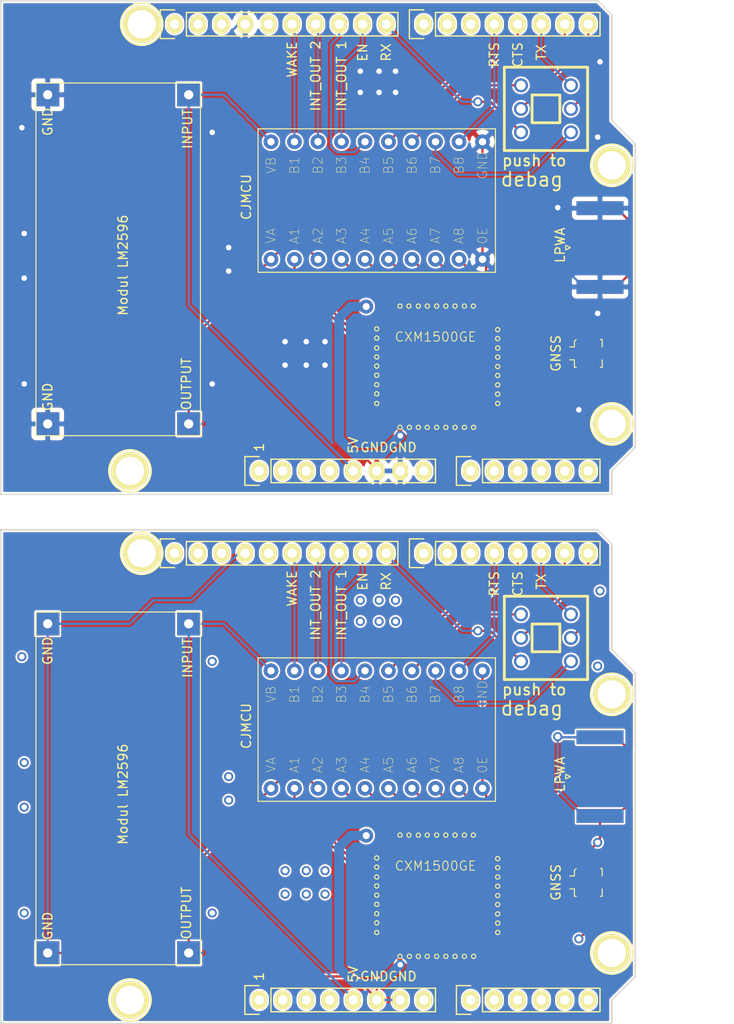
<source format=kicad_pcb>
(kicad_pcb (version 20171130) (host pcbnew "(5.1.0)-1")
  (title_block (date "lun. 30 mars 2015"))
  (layers (0 F.Cu signal) (31 B.Cu signal hide) (34 B.Paste user hide) (35 F.Paste user hide) (36 B.SilkS user hide) (37 F.SilkS user hide) (38 B.Mask user hide) (39 F.Mask user hide) (44 Edge.Cuts user))
  (net 0 "")
  (net 1 /IOREF)
  (net 2 /Reset)
  (net 3 +5V)
  (net 4 GND)
  (net 5 /Vin)
  (net 6 /A0)
  (net 7 /A1)
  (net 8 /A2)
  (net 9 /A3)
  (net 10 /AREF)
  (net 11 "/A4(SDA)")
  (net 12 "/A5(SCL)")
  (net 13 "/9(**)")
  (net 14 /8)
  (net 15 /7)
  (net 16 "/6(**)")
  (net 17 "/5(**)")
  (net 18 /4)
  (net 19 "/3(**)")
  (net 20 /2)
  (net 21 "/1(Tx)")
  (net 22 "/0(Rx)")
  (net 23 "Net-(P5-Pad1)")
  (net 24 "Net-(P6-Pad1)")
  (net 25 "Net-(P7-Pad1)")
  (net 26 "Net-(P8-Pad1)")
  (net 27 "/13(SCK)")
  (net 28 "Net-(P1-Pad1)")
  (net 29 +3V3)
  (net 30 "/12(MISO)")
  (net 31 "Net-(J1-Pad1)")
  (net 32 "Net-(J2-Pad1)")
  (net 33 /+2V)
  (net 34 "/11(**_MOSI)")
  (net 35 "/10(**_SS)")
  (net 36 /TX)
  (net 37 /RX)
  (net 38 "Net-(TXS0108E-8_1-Pad2)")
  (net 39 "Net-(TXS0108E-8_1-Pad3)")
  (net 40 "Net-(TXS0108E-8_1-Pad4)")
  (net 41 "Net-(TXS0108E-8_1-Pad5)")
  (net 42 "Net-(TXS0108E-8_1-Pad6)")
  (net 43 "Net-(TXS0108E-8_1-Pad7)")
  (net 44 "Net-(TXS0108E-8_1-Pad8)")
  (net 45 "Net-(TXS0108E-8_1-Pad9)")
  (net 46 "Net-(U1-Pad33)")
  (net 47 "Net-(U1-Pad37)")
  (net 48 "Net-(U1-Pad38)")
  (net 49 "Net-(U1-Pad28)")
  (net 50 "Net-(U1-Pad20)")
  (net 51 "Net-(U1-Pad19)")
  (net 52 "Net-(U1-Pad18)")
  (net 53 "Net-(U1-Pad17)")
  (net 54 "Net-(U1-Pad16)")
  (net 55 "Net-(U1-Pad15)")
  (net 56 "Net-(U1-Pad14)")
  (net 57 "Net-(U1-Pad13)")
  (net 58 "Net-(U1-Pad12)")
  (net 59 "/A5(SCL)_l")
  (net 60 "/A4(SDA)_l")
  (module Socket_Arduino_Uno:Arduino_1pin (layer F.Cu) (at 94.488 99.06)
    (fp_text reference P8 hide)
    (fp_text value CONN_01X01 hide)
    (pad 1 thru_hole circle (at 0 0) (size 4.064 4.064) (drill 3.048) (layers *.Cu *.Mask F.SilkS))
  )
  (module Socket_Arduino_Uno:Arduino_1pin (layer F.Cu) (at 43.688 83.82)
    (fp_text reference P7 hide)
    (fp_text value CONN_01X01 hide)
    (pad 1 thru_hole circle (at 0 0) (size 4.064 4.064) (drill 3.048) (layers *.Cu *.Mask F.SilkS))
  )
  (module Socket_Arduino_Uno:Arduino_1pin (layer F.Cu) (at 94.488 127)
    (fp_text reference P6 hide)
    (fp_text value CONN_01X01 hide)
    (pad 1 thru_hole circle (at 0 0) (size 4.064 4.064) (drill 3.048) (layers *.Cu *.Mask F.SilkS))
  )
  (module Socket_Arduino_Uno:Arduino_1pin (layer F.Cu) (at 42.418 132.08)
    (fp_text reference P5 hide)
    (fp_text value CONN_01X01 hide)
    (pad 1 thru_hole circle (at 0 0) (size 4.064 4.064) (drill 3.048) (layers *.Cu *.Mask F.SilkS))
  )
  (module Socket_Arduino_Uno:Socket_Strip_Arduino_1x06 (layer F.Cu) (at 79.248 132.08)
    (fp_text reference P2 hide)
    (fp_text value Analog)
    (pad 1 thru_hole oval (at 0 0) (size 1.7272 2.032) (drill 1.016) (layers *.Cu *.Mask F.SilkS))
    (pad 2 thru_hole oval (at 2.54 0) (size 1.7272 2.032) (drill 1.016) (layers *.Cu *.Mask F.SilkS))
    (pad 3 thru_hole oval (at 5.08 0) (size 1.7272 2.032) (drill 1.016) (layers *.Cu *.Mask F.SilkS))
    (pad 4 thru_hole oval (at 7.62 0) (size 1.7272 2.032) (drill 1.016) (layers *.Cu *.Mask F.SilkS))
    (pad 5 thru_hole oval (at 10.16 0) (size 1.7272 2.032) (drill 1.016) (layers *.Cu *.Mask F.SilkS))
    (pad 6 thru_hole oval (at 12.7 0) (size 1.7272 2.032) (drill 1.016) (layers *.Cu *.Mask F.SilkS))
  )
  (module Socket_Arduino_Uno:Socket_Strip_Arduino_1x08 (layer F.Cu) (at 56.388 132.08)
    (fp_text reference P1 hide)
    (fp_text value Power)
    (fp_text user GND (at 15.494 -2.54) (layer F.SilkS))
    (fp_text user GND (at 12.446 -2.54 180) (layer F.SilkS))
    (fp_text user 5V (at 10.16 -2.794 90) (layer F.SilkS))
    (pad 8 thru_hole oval (at 17.78 0) (size 1.7272 2.032) (drill 1.016) (layers *.Cu *.Mask F.SilkS))
    (pad 7 thru_hole oval (at 15.24 0) (size 1.7272 2.032) (drill 1.016) (layers *.Cu *.Mask F.SilkS))
    (pad 6 thru_hole oval (at 12.7 0) (size 1.7272 2.032) (drill 1.016) (layers *.Cu *.Mask F.SilkS))
    (pad 5 thru_hole oval (at 10.16 0) (size 1.7272 2.032) (drill 1.016) (layers *.Cu *.Mask F.SilkS))
    (pad 4 thru_hole oval (at 7.62 0) (size 1.7272 2.032) (drill 1.016) (layers *.Cu *.Mask F.SilkS))
    (pad 3 thru_hole oval (at 5.08 0) (size 1.7272 2.032) (drill 1.016) (layers *.Cu *.Mask F.SilkS))
    (pad 2 thru_hole oval (at 2.54 0) (size 1.7272 2.032) (drill 1.016) (layers *.Cu *.Mask F.SilkS))
    (pad 1 thru_hole oval (at 0 0) (size 1.7272 2.032) (drill 1.016) (layers *.Cu *.Mask F.SilkS))
  )
  (module Connector_Coaxial:U.FL_Molex_MCRF_73412-0110_Vertical (layer F.Cu) (at 91.948 119.38 270)
    (fp_text reference GNSS (at 0 3.5 270) (layer F.SilkS))
    (fp_text value SMA)
    (pad 2 smd rect (at -1.475 0 270) (size 1.05 2.2) (layers F.Cu F.Paste F.Mask))
    (pad 2 smd rect (at 1.475 0 270) (size 1.05 2.2) (layers F.Cu F.Paste F.Mask))
    (pad 2 smd rect (at 0 -1.5 270) (size 1 1) (layers F.Cu F.Paste F.Mask))
    (pad 1 smd rect (at 0 1.5 270) (size 1 1) (layers F.Cu F.Paste F.Mask))
  )
  (module Connector_Coaxial:SMA_Amphenol_132289_EdgeMount (layer F.Cu) (at 93.218 107.95)
    (fp_text reference LPWA (at -4.318 -0.254 90) (layer F.SilkS))
    (fp_text value SMA)
    (pad 1 smd rect (at 0 0 90) (size 1.5 5.08) (layers F.Cu F.Paste F.Mask))
    (pad 2 smd rect (at 0 -4.25 90) (size 1.5 5.08) (layers F.Cu F.Paste F.Mask))
    (pad 2 smd rect (at 0 4.25 90) (size 1.5 5.08) (layers F.Cu F.Paste F.Mask))
    (pad 2 smd rect (at 0 -4.25 90) (size 1.5 5.08) (layers B.Cu B.Paste B.Mask))
    (pad 2 smd rect (at 0 4.25 90) (size 1.5 5.08) (layers B.Cu B.Paste B.Mask))
  )
  (module modul:modul_lvl_dc-dc_lm2596 (layer F.Cu) (at 42.418 95.25 270)
    (fp_text reference LM2596_1 hide)
    (fp_text value modul_dc-dc_lm2596 hide)
    (fp_text user OUTPUT (at 27.432 -6.096 270) (layer F.SilkS))
    (fp_text user GND (at 28.829 8.89 270) (layer F.SilkS))
    (fp_text user GND (at -0.889 8.89 270) (layer F.SilkS))
    (fp_text user INPUT (at -0.127 -6.223 270) (layer F.SilkS))
    (fp_text user "Modul LM2596" (at 14.605 0.762 270) (layer F.SilkS))
    (pad 4 thru_hole rect (at 31.75 8.89 270) (size 2.524 2.524) (drill 1) (layers *.Cu *.Mask))
    (pad 3 thru_hole rect (at 31.75 -6.35 270) (size 2.524 2.524) (drill 1) (layers *.Cu *.Mask))
    (pad 2 thru_hole rect (at -3.81 8.89 270) (size 2.524 2.524) (drill 1) (layers *.Cu *.Mask))
    (pad 1 thru_hole rect (at -3.81 -6.35 270) (size 2.524 2.524) (drill 1) (layers *.Cu *.Mask))
  )
  (module modul:modul_lvl_conveter_cjmcu (layer F.Cu) (at 57.658 109.22 90)
    (fp_text reference CJMCU (at 6.731 -2.667 90) (layer F.SilkS))
    (fp_text value modul_lvl-conveter_cjmcu hide)
    (fp_text user VB (at 10.16 0 90) (layer F.SilkS) (effects (font (thickness 0.05))))
    (fp_text user B1 (at 10.16 2.54 90) (layer F.SilkS) (effects (font (thickness 0.05))))
    (fp_text user B2 (at 10.16 5.08 90) (layer F.SilkS) (effects (font (thickness 0.05))))
    (fp_text user B3 (at 10.16 7.62 90) (layer F.SilkS) (effects (font (thickness 0.05))))
    (fp_text user B4 (at 10.16 10.16 90) (layer F.SilkS) (effects (font (thickness 0.05))))
    (fp_text user B5 (at 10.16 12.7 90) (layer F.SilkS) (effects (font (thickness 0.05))))
    (fp_text user B6 (at 10.16 15.24 90) (layer F.SilkS) (effects (font (thickness 0.05))))
    (fp_text user B7 (at 10.16 17.78 90) (layer F.SilkS) (effects (font (thickness 0.05))))
    (fp_text user B8 (at 10.16 20.32 90) (layer F.SilkS) (effects (font (thickness 0.05))))
    (fp_text user GND (at 10.16 22.86 90) (layer F.SilkS) (effects (font (thickness 0.05))))
    (fp_text user 0E (at 2.54 22.86 90) (layer F.SilkS) (effects (font (thickness 0.05))))
    (fp_text user A8 (at 2.54 20.32 90) (layer F.SilkS) (effects (font (thickness 0.05))))
    (fp_text user A7 (at 2.54 17.78 90) (layer F.SilkS) (effects (font (thickness 0.05))))
    (fp_text user A6 (at 2.54 15.24 90) (layer F.SilkS) (effects (font (thickness 0.05))))
    (fp_text user A5 (at 2.54 12.7 90) (layer F.SilkS) (effects (font (thickness 0.05))))
    (fp_text user A4 (at 2.54 10.16 90) (layer F.SilkS) (effects (font (thickness 0.05))))
    (fp_text user A3 (at 2.54 7.62 90) (layer F.SilkS) (effects (font (thickness 0.05))))
    (fp_text user A2 (at 2.54 5.08 90) (layer F.SilkS) (effects (font (thickness 0.05))))
    (fp_text user A1 (at 2.54 2.54 90) (layer F.SilkS) (effects (font (thickness 0.05))))
    (fp_text user VA (at 2.54 0 90) (layer F.SilkS) (effects (font (thickness 0.05))))
    (pad 1 thru_hole circle (at 0 0 90) (size 1.6 1.6) (drill 0.8) (layers *.Cu *.Mask))
    (pad 2 thru_hole circle (at 0 2.54 90) (size 1.6 1.6) (drill 0.8) (layers *.Cu *.Mask))
    (pad 3 thru_hole circle (at 0 5.08 90) (size 1.6 1.6) (drill 0.8) (layers *.Cu *.Mask))
    (pad 4 thru_hole circle (at 0 7.62 90) (size 1.6 1.6) (drill 0.8) (layers *.Cu *.Mask))
    (pad 5 thru_hole circle (at 0 10.16 90) (size 1.6 1.6) (drill 0.8) (layers *.Cu *.Mask))
    (pad 6 thru_hole circle (at 0 12.7 90) (size 1.6 1.6) (drill 0.8) (layers *.Cu *.Mask))
    (pad 7 thru_hole circle (at 0 15.24 90) (size 1.6 1.6) (drill 0.8) (layers *.Cu *.Mask))
    (pad 8 thru_hole circle (at 0 17.78 90) (size 1.6 1.6) (drill 0.8) (layers *.Cu *.Mask))
    (pad 9 thru_hole circle (at 0 20.32 90) (size 1.6 1.6) (drill 0.8) (layers *.Cu *.Mask))
    (pad 10 thru_hole circle (at 0 22.86 90) (size 1.6 1.6) (drill 0.8) (layers *.Cu *.Mask))
    (pad 11 thru_hole circle (at 12.7 22.86 90) (size 1.6 1.6) (drill 0.8) (layers *.Cu *.Mask))
    (pad 12 thru_hole circle (at 12.7 20.32 90) (size 1.6 1.6) (drill 0.8) (layers *.Cu *.Mask))
    (pad 13 thru_hole circle (at 12.7 17.78 90) (size 1.6 1.6) (drill 0.8) (layers *.Cu *.Mask))
    (pad 14 thru_hole circle (at 12.7 15.24 90) (size 1.6 1.6) (drill 0.8) (layers *.Cu *.Mask))
    (pad 15 thru_hole circle (at 12.7 12.7 90) (size 1.6 1.6) (drill 0.8) (layers *.Cu *.Mask))
    (pad 16 thru_hole circle (at 12.7 10.16 90) (size 1.6 1.6) (drill 0.8) (layers *.Cu *.Mask))
    (pad 17 thru_hole circle (at 12.7 7.62 90) (size 1.6 1.6) (drill 0.8) (layers *.Cu *.Mask))
    (pad 18 thru_hole circle (at 12.7 5.08 90) (size 1.6 1.6) (drill 0.8) (layers *.Cu *.Mask))
    (pad 19 thru_hole circle (at 12.7 2.54 90) (size 1.6 1.6) (drill 0.8) (layers *.Cu *.Mask))
    (pad 20 thru_hole circle (at 12.7 0 90) (size 1.6 1.6) (drill 0.8) (layers *.Cu *.Mask))
  )
  (module Socket_Arduino_Uno:Socket_Strip_Arduino_1x08 (layer F.Cu) (at 74.168 83.82)
    (fp_text reference P4 hide)
    (fp_text value Digital hide)
    (fp_text user RTS (at 7.62 3.302 90) (layer F.SilkS))
    (fp_text user CTS (at 10.16 3.302 90) (layer F.SilkS))
    (fp_text user TX (at 12.7 3.048 90) (layer F.SilkS))
    (pad 8 thru_hole oval (at 17.78 0) (size 1.7272 2.032) (drill 1.016) (layers *.Cu *.Mask F.SilkS))
    (pad 7 thru_hole oval (at 15.24 0) (size 1.7272 2.032) (drill 1.016) (layers *.Cu *.Mask F.SilkS))
    (pad 6 thru_hole oval (at 12.7 0) (size 1.7272 2.032) (drill 1.016) (layers *.Cu *.Mask F.SilkS))
    (pad 5 thru_hole oval (at 10.16 0) (size 1.7272 2.032) (drill 1.016) (layers *.Cu *.Mask F.SilkS))
    (pad 4 thru_hole oval (at 7.62 0) (size 1.7272 2.032) (drill 1.016) (layers *.Cu *.Mask F.SilkS))
    (pad 3 thru_hole oval (at 5.08 0) (size 1.7272 2.032) (drill 1.016) (layers *.Cu *.Mask F.SilkS))
    (pad 2 thru_hole oval (at 2.54 0) (size 1.7272 2.032) (drill 1.016) (layers *.Cu *.Mask F.SilkS))
    (pad 1 thru_hole oval (at 0 0) (size 1.7272 2.032) (drill 1.016) (layers *.Cu *.Mask F.SilkS))
  )
  (module Socket_Arduino_Uno:Socket_Strip_Arduino_1x10 (layer F.Cu) (at 47.244 83.82)
    (fp_text reference P3 hide)
    (fp_text value Digital hide)
    (fp_text user "INT_OUT 2" (at 15.24 5.588 90) (layer F.SilkS))
    (fp_text user EN (at 20.32 3.048 90) (layer F.SilkS))
    (fp_text user WAKE (at 12.7 3.81 90) (layer F.SilkS))
    (fp_text user "INT_OUT 1" (at 18.034 5.588 90) (layer F.SilkS))
    (fp_text user RX (at 22.86 3.048 90) (layer F.SilkS))
    (pad 1 thru_hole oval (at 0 0) (size 1.7272 2.032) (drill 1.016) (layers *.Cu *.Mask F.SilkS))
    (pad 2 thru_hole oval (at 2.54 0) (size 1.7272 2.032) (drill 1.016) (layers *.Cu *.Mask F.SilkS))
    (pad 3 thru_hole oval (at 5.08 0) (size 1.7272 2.032) (drill 1.016) (layers *.Cu *.Mask F.SilkS))
    (pad 4 thru_hole oval (at 7.62 0) (size 1.7272 2.032) (drill 1.016) (layers *.Cu *.Mask F.SilkS))
    (pad 5 thru_hole oval (at 10.16 0) (size 1.7272 2.032) (drill 1.016) (layers *.Cu *.Mask F.SilkS))
    (pad 6 thru_hole oval (at 12.7 0) (size 1.7272 2.032) (drill 1.016) (layers *.Cu *.Mask F.SilkS))
    (pad 7 thru_hole oval (at 15.24 0) (size 1.7272 2.032) (drill 1.016) (layers *.Cu *.Mask F.SilkS))
    (pad 8 thru_hole oval (at 17.78 0) (size 1.7272 2.032) (drill 1.016) (layers *.Cu *.Mask F.SilkS))
    (pad 9 thru_hole oval (at 20.32 0) (size 1.7272 2.032) (drill 1.016) (layers *.Cu *.Mask F.SilkS))
    (pad 10 thru_hole oval (at 22.86 0) (size 1.7272 2.032) (drill 1.016) (layers *.Cu *.Mask F.SilkS))
  )
  (module Switches:Switch_DPDT_6p_TH (layer F.Cu) (at 87.376 92.964)
    (fp_text reference "push to" (at -1.27 5.588 180) (layer F.SilkS) (effects (font (size 1.2 1.2) (thickness 0.2))))
    (fp_text value SWITCH-DPDT hide)
    (pad 4 thru_hole circle (at 2.7 -2.54) (size 1.524 1.524) (drill 1.016) (layers *.Cu *.Mask))
    (pad 6 thru_hole circle (at 2.7 2.54) (size 1.524 1.524) (drill 1.016) (layers *.Cu *.Mask))
    (pad 1 thru_hole circle (at -2.7 -2.54) (size 1.524 1.524) (drill 1.016) (layers *.Cu *.Mask))
    (pad 3 thru_hole circle (at -2.7 2.54) (size 1.524 1.524) (drill 1.016) (layers *.Cu *.Mask))
    (pad 2 thru_hole circle (at -2.7 0) (size 1.524 1.524) (drill 1.016) (layers *.Cu *.Mask))
    (pad 5 thru_hole circle (at 2.7 0) (size 1.524 1.524) (drill 1.016) (layers *.Cu *.Mask))
  )
  (module modul:CXM1500GE (layer F.Cu) (at 70.358 115.57)
    (fp_text reference CXM1500GE (at 5.08 2.032) (layer F.SilkS) (effects (font (thickness 0.1))))
    (fp_text value CXM1500GE)
    (pad 10 smd rect (at 9.2 10.55) (size 0.55 1) (layers F.Cu F.Paste F.Mask))
    (pad 9 smd rect (at 8.2 10.55) (size 0.55 1) (layers F.Cu F.Paste F.Mask))
    (pad 8 smd rect (at 7.2 10.55) (size 0.55 1) (layers F.Cu F.Paste F.Mask))
    (pad 7 smd rect (at 6.2 10.55) (size 0.55 1) (layers F.Cu F.Paste F.Mask))
    (pad 6 smd rect (at 5.2 10.55) (size 0.55 1) (layers F.Cu F.Paste F.Mask))
    (pad 5 smd rect (at 4.2 10.55) (size 0.55 1) (layers F.Cu F.Paste F.Mask))
    (pad 4 smd rect (at 3.23 10.55) (size 0.55 1) (layers F.Cu F.Paste F.Mask))
    (pad 3 smd rect (at 2.23 10.55) (size 0.55 1) (layers F.Cu F.Paste F.Mask))
    (pad 2 smd rect (at 1.23 10.55) (size 0.55 1) (layers F.Cu F.Paste F.Mask))
    (pad 12 smd rect (at 10.55 9.2) (size 1 0.55) (layers F.Cu F.Paste F.Mask))
    (pad 13 smd rect (at 10.55 8.2) (size 1 0.55) (layers F.Cu F.Paste F.Mask))
    (pad 14 smd rect (at 10.55 7.2) (size 1 0.55) (layers F.Cu F.Paste F.Mask))
    (pad 15 smd rect (at 10.55 6.2) (size 1 0.55) (layers F.Cu F.Paste F.Mask))
    (pad 16 smd rect (at 10.55 5.2) (size 1 0.55) (layers F.Cu F.Paste F.Mask))
    (pad 17 smd rect (at 10.55 4.2) (size 1 0.55) (layers F.Cu F.Paste F.Mask))
    (pad 18 smd rect (at 10.55 3.2) (size 1 0.55) (layers F.Cu F.Paste F.Mask))
    (pad 19 smd rect (at 10.55 2.2) (size 1 0.55) (layers F.Cu F.Paste F.Mask))
    (pad 20 smd rect (at 10.55 1.2) (size 1 0.55) (layers F.Cu F.Paste F.Mask))
    (pad 22 smd rect (at 9.2 0) (size 0.55 1) (layers F.Cu F.Paste F.Mask))
    (pad 23 smd rect (at 8.2 0) (size 0.55 1) (layers F.Cu F.Paste F.Mask))
    (pad 24 smd rect (at 7.2 0) (size 0.55 1) (layers F.Cu F.Paste F.Mask))
    (pad 25 smd rect (at 6.2 0) (size 0.55 1) (layers F.Cu F.Paste F.Mask))
    (pad 26 smd rect (at 5.2 0) (size 0.55 1) (layers F.Cu F.Paste F.Mask))
    (pad 27 smd rect (at 4.2 0) (size 0.55 1) (layers F.Cu F.Paste F.Mask))
    (pad 28 smd rect (at 3.23 0) (size 0.55 1) (layers F.Cu F.Paste F.Mask))
    (pad 29 smd rect (at 2.23 0) (size 0.55 1) (layers F.Cu F.Paste F.Mask))
    (pad 30 smd rect (at 1.23 0) (size 0.55 1) (layers F.Cu F.Paste F.Mask))
    (pad 40 smd rect (at 0 9.2) (size 1 0.55) (layers F.Cu F.Paste F.Mask))
    (pad 39 smd rect (at 0 8.2) (size 1 0.55) (layers F.Cu F.Paste F.Mask))
    (pad 38 smd rect (at 0 7.2) (size 1 0.55) (layers F.Cu F.Paste F.Mask))
    (pad 37 smd rect (at 0 6.2) (size 1 0.55) (layers F.Cu F.Paste F.Mask))
    (pad 36 smd rect (at 0 5.2) (size 1 0.55) (layers F.Cu F.Paste F.Mask))
    (pad 35 smd rect (at 0 4.2) (size 1 0.55) (layers F.Cu F.Paste F.Mask))
    (pad 34 smd rect (at 0 3.2) (size 1 0.55) (layers F.Cu F.Paste F.Mask))
    (pad 33 smd rect (at 0 2.2) (size 1 0.55) (layers F.Cu F.Paste F.Mask))
    (pad 32 smd rect (at 0 1.2) (size 1 0.55) (layers F.Cu F.Paste F.Mask))
    (pad 41 smd rect (at 5.275 5.275) (size 4 4) (layers F.Cu F.Paste F.Mask))
    (pad 11 smd rect (at 10.55 10.55) (size 1.2 1.2) (layers F.Cu F.Paste F.Mask))
    (pad 21 smd rect (at 10.55 0) (size 1.2 1.2) (layers F.Cu F.Paste F.Mask))
    (pad 1 smd rect (at 0 10.55) (size 1.2 1.2) (layers F.Cu F.Paste F.Mask))
    (pad 2 thru_hole circle (at -2.413 -1.2446) (size 1.524 1.524) (drill 0.762) (layers *.Cu *.Mask))
    (pad 31 smd rect (at 0 0) (size 1.2 1.2) (layers F.Cu F.Paste F.Mask))
  )
  (module modul:CXM1500GE (layer F.Cu) (at 70.358 58.42)
    (fp_text reference CXM1500GE (at 5.08 2.032) (layer F.SilkS) (effects (font (thickness 0.1))))
    (fp_text value CXM1500GE)
    (pad 31 smd rect (at 0 0) (size 1.2 1.2) (layers F.Cu F.Paste F.Mask) (net 4 GND))
    (pad 2 thru_hole circle (at -2.413 -1.2446) (size 1.524 1.524) (drill 0.762) (layers *.Cu *.Mask) (net 31 "Net-(J1-Pad1)"))
    (pad 1 smd rect (at 0 10.55) (size 1.2 1.2) (layers F.Cu F.Paste F.Mask) (net 4 GND))
    (pad 21 smd rect (at 10.55 0) (size 1.2 1.2) (layers F.Cu F.Paste F.Mask) (net 4 GND))
    (pad 11 smd rect (at 10.55 10.55) (size 1.2 1.2) (layers F.Cu F.Paste F.Mask) (net 4 GND))
    (pad 41 smd rect (at 5.275 5.275) (size 4 4) (layers F.Cu F.Paste F.Mask) (net 4 GND))
    (pad 32 smd rect (at 0 1.2) (size 1 0.55) (layers F.Cu F.Paste F.Mask) (net 4 GND))
    (pad 33 smd rect (at 0 2.2) (size 1 0.55) (layers F.Cu F.Paste F.Mask) (net 46 "Net-(U1-Pad33)"))
    (pad 34 smd rect (at 0 3.2) (size 1 0.55) (layers F.Cu F.Paste F.Mask) (net 46 "Net-(U1-Pad33)"))
    (pad 35 smd rect (at 0 4.2) (size 1 0.55) (layers F.Cu F.Paste F.Mask) (net 38 "Net-(TXS0108E-8_1-Pad2)"))
    (pad 36 smd rect (at 0 5.2) (size 1 0.55) (layers F.Cu F.Paste F.Mask) (net 39 "Net-(TXS0108E-8_1-Pad3)"))
    (pad 37 smd rect (at 0 6.2) (size 1 0.55) (layers F.Cu F.Paste F.Mask) (net 47 "Net-(U1-Pad37)"))
    (pad 38 smd rect (at 0 7.2) (size 1 0.55) (layers F.Cu F.Paste F.Mask) (net 48 "Net-(U1-Pad38)"))
    (pad 39 smd rect (at 0 8.2) (size 1 0.55) (layers F.Cu F.Paste F.Mask) (net 4 GND))
    (pad 40 smd rect (at 0 9.2) (size 1 0.55) (layers F.Cu F.Paste F.Mask) (net 4 GND))
    (pad 30 smd rect (at 1.23 0) (size 0.55 1) (layers F.Cu F.Paste F.Mask) (net 33 /+2V))
    (pad 29 smd rect (at 2.23 0) (size 0.55 1) (layers F.Cu F.Paste F.Mask) (net 49 "Net-(U1-Pad28)"))
    (pad 28 smd rect (at 3.23 0) (size 0.55 1) (layers F.Cu F.Paste F.Mask) (net 49 "Net-(U1-Pad28)"))
    (pad 27 smd rect (at 4.2 0) (size 0.55 1) (layers F.Cu F.Paste F.Mask) (net 40 "Net-(TXS0108E-8_1-Pad4)"))
    (pad 26 smd rect (at 5.2 0) (size 0.55 1) (layers F.Cu F.Paste F.Mask) (net 41 "Net-(TXS0108E-8_1-Pad5)"))
    (pad 25 smd rect (at 6.2 0) (size 0.55 1) (layers F.Cu F.Paste F.Mask) (net 42 "Net-(TXS0108E-8_1-Pad6)"))
    (pad 24 smd rect (at 7.2 0) (size 0.55 1) (layers F.Cu F.Paste F.Mask) (net 43 "Net-(TXS0108E-8_1-Pad7)"))
    (pad 23 smd rect (at 8.2 0) (size 0.55 1) (layers F.Cu F.Paste F.Mask) (net 44 "Net-(TXS0108E-8_1-Pad8)"))
    (pad 22 smd rect (at 9.2 0) (size 0.55 1) (layers F.Cu F.Paste F.Mask) (net 45 "Net-(TXS0108E-8_1-Pad9)"))
    (pad 20 smd rect (at 10.55 1.2) (size 1 0.55) (layers F.Cu F.Paste F.Mask) (net 50 "Net-(U1-Pad20)"))
    (pad 19 smd rect (at 10.55 2.2) (size 1 0.55) (layers F.Cu F.Paste F.Mask) (net 51 "Net-(U1-Pad19)"))
    (pad 18 smd rect (at 10.55 3.2) (size 1 0.55) (layers F.Cu F.Paste F.Mask) (net 52 "Net-(U1-Pad18)"))
    (pad 17 smd rect (at 10.55 4.2) (size 1 0.55) (layers F.Cu F.Paste F.Mask) (net 53 "Net-(U1-Pad17)"))
    (pad 16 smd rect (at 10.55 5.2) (size 1 0.55) (layers F.Cu F.Paste F.Mask) (net 54 "Net-(U1-Pad16)"))
    (pad 15 smd rect (at 10.55 6.2) (size 1 0.55) (layers F.Cu F.Paste F.Mask) (net 55 "Net-(U1-Pad15)"))
    (pad 14 smd rect (at 10.55 7.2) (size 1 0.55) (layers F.Cu F.Paste F.Mask) (net 56 "Net-(U1-Pad14)"))
    (pad 13 smd rect (at 10.55 8.2) (size 1 0.55) (layers F.Cu F.Paste F.Mask) (net 57 "Net-(U1-Pad13)"))
    (pad 12 smd rect (at 10.55 9.2) (size 1 0.55) (layers F.Cu F.Paste F.Mask) (net 58 "Net-(U1-Pad12)"))
    (pad 2 smd rect (at 1.23 10.55) (size 0.55 1) (layers F.Cu F.Paste F.Mask) (net 31 "Net-(J1-Pad1)"))
    (pad 3 smd rect (at 2.23 10.55) (size 0.55 1) (layers F.Cu F.Paste F.Mask) (net 4 GND))
    (pad 4 smd rect (at 3.23 10.55) (size 0.55 1) (layers F.Cu F.Paste F.Mask) (net 4 GND))
    (pad 5 smd rect (at 4.2 10.55) (size 0.55 1) (layers F.Cu F.Paste F.Mask) (net 4 GND))
    (pad 6 smd rect (at 5.2 10.55) (size 0.55 1) (layers F.Cu F.Paste F.Mask) (net 4 GND))
    (pad 7 smd rect (at 6.2 10.55) (size 0.55 1) (layers F.Cu F.Paste F.Mask) (net 4 GND))
    (pad 8 smd rect (at 7.2 10.55) (size 0.55 1) (layers F.Cu F.Paste F.Mask) (net 4 GND))
    (pad 9 smd rect (at 8.2 10.55) (size 0.55 1) (layers F.Cu F.Paste F.Mask) (net 4 GND))
    (pad 10 smd rect (at 9.2 10.55) (size 0.55 1) (layers F.Cu F.Paste F.Mask) (net 32 "Net-(J2-Pad1)"))
  )
  (module Switches:Switch_DPDT_6p_TH (layer F.Cu) (at 87.376 35.814)
    (fp_text reference "push to" (at -1.27 5.588 180) (layer F.SilkS) (effects (font (size 1.2 1.2) (thickness 0.2))))
    (fp_text value SWITCH-DPDT hide)
    (pad 5 thru_hole circle (at 2.7 0) (size 1.524 1.524) (drill 1.016) (layers *.Cu *.Mask) (net 22 "/0(Rx)"))
    (pad 2 thru_hole circle (at -2.7 0) (size 1.524 1.524) (drill 1.016) (layers *.Cu *.Mask) (net 21 "/1(Tx)"))
    (pad 3 thru_hole circle (at -2.7 2.54) (size 1.524 1.524) (drill 1.016) (layers *.Cu *.Mask) (net 14 /8))
    (pad 1 thru_hole circle (at -2.7 -2.54) (size 1.524 1.524) (drill 1.016) (layers *.Cu *.Mask) (net 37 /RX))
    (pad 6 thru_hole circle (at 2.7 2.54) (size 1.524 1.524) (drill 1.016) (layers *.Cu *.Mask) (net 36 /TX))
    (pad 4 thru_hole circle (at 2.7 -2.54) (size 1.524 1.524) (drill 1.016) (layers *.Cu *.Mask) (net 20 /2))
  )
  (module Socket_Arduino_Uno:Socket_Strip_Arduino_1x10 (layer F.Cu) (at 47.244 26.67)
    (fp_text reference P3 hide)
    (fp_text value Digital hide)
    (fp_text user RX (at 22.86 3.048 90) (layer F.SilkS))
    (fp_text user "INT_OUT 1" (at 18.034 5.588 90) (layer F.SilkS))
    (fp_text user WAKE (at 12.7 3.81 90) (layer F.SilkS))
    (fp_text user EN (at 20.32 3.048 90) (layer F.SilkS))
    (fp_text user "INT_OUT 2" (at 15.24 5.588 90) (layer F.SilkS))
    (pad 10 thru_hole oval (at 22.86 0) (size 1.7272 2.032) (drill 1.016) (layers *.Cu *.Mask F.SilkS) (net 14 /8))
    (pad 9 thru_hole oval (at 20.32 0) (size 1.7272 2.032) (drill 1.016) (layers *.Cu *.Mask F.SilkS) (net 13 "/9(**)"))
    (pad 8 thru_hole oval (at 17.78 0) (size 1.7272 2.032) (drill 1.016) (layers *.Cu *.Mask F.SilkS) (net 35 "/10(**_SS)"))
    (pad 7 thru_hole oval (at 15.24 0) (size 1.7272 2.032) (drill 1.016) (layers *.Cu *.Mask F.SilkS) (net 34 "/11(**_MOSI)"))
    (pad 6 thru_hole oval (at 12.7 0) (size 1.7272 2.032) (drill 1.016) (layers *.Cu *.Mask F.SilkS) (net 30 "/12(MISO)"))
    (pad 5 thru_hole oval (at 10.16 0) (size 1.7272 2.032) (drill 1.016) (layers *.Cu *.Mask F.SilkS) (net 27 "/13(SCK)"))
    (pad 4 thru_hole oval (at 7.62 0) (size 1.7272 2.032) (drill 1.016) (layers *.Cu *.Mask F.SilkS) (net 4 GND))
    (pad 3 thru_hole oval (at 5.08 0) (size 1.7272 2.032) (drill 1.016) (layers *.Cu *.Mask F.SilkS) (net 10 /AREF))
    (pad 2 thru_hole oval (at 2.54 0) (size 1.7272 2.032) (drill 1.016) (layers *.Cu *.Mask F.SilkS) (net 60 "/A4(SDA)_l"))
    (pad 1 thru_hole oval (at 0 0) (size 1.7272 2.032) (drill 1.016) (layers *.Cu *.Mask F.SilkS) (net 59 "/A5(SCL)_l"))
  )
  (module Socket_Arduino_Uno:Socket_Strip_Arduino_1x08 (layer F.Cu) (at 74.168 26.67)
    (fp_text reference P4 hide)
    (fp_text value Digital hide)
    (fp_text user TX (at 12.7 3.048 90) (layer F.SilkS))
    (fp_text user CTS (at 10.16 3.302 90) (layer F.SilkS))
    (fp_text user RTS (at 7.62 3.302 90) (layer F.SilkS))
    (pad 1 thru_hole oval (at 0 0) (size 1.7272 2.032) (drill 1.016) (layers *.Cu *.Mask F.SilkS) (net 15 /7))
    (pad 2 thru_hole oval (at 2.54 0) (size 1.7272 2.032) (drill 1.016) (layers *.Cu *.Mask F.SilkS) (net 16 "/6(**)"))
    (pad 3 thru_hole oval (at 5.08 0) (size 1.7272 2.032) (drill 1.016) (layers *.Cu *.Mask F.SilkS) (net 17 "/5(**)"))
    (pad 4 thru_hole oval (at 7.62 0) (size 1.7272 2.032) (drill 1.016) (layers *.Cu *.Mask F.SilkS) (net 18 /4))
    (pad 5 thru_hole oval (at 10.16 0) (size 1.7272 2.032) (drill 1.016) (layers *.Cu *.Mask F.SilkS) (net 19 "/3(**)"))
    (pad 6 thru_hole oval (at 12.7 0) (size 1.7272 2.032) (drill 1.016) (layers *.Cu *.Mask F.SilkS) (net 20 /2))
    (pad 7 thru_hole oval (at 15.24 0) (size 1.7272 2.032) (drill 1.016) (layers *.Cu *.Mask F.SilkS) (net 21 "/1(Tx)"))
    (pad 8 thru_hole oval (at 17.78 0) (size 1.7272 2.032) (drill 1.016) (layers *.Cu *.Mask F.SilkS) (net 22 "/0(Rx)"))
  )
  (module modul:modul_lvl_conveter_cjmcu (layer F.Cu) (at 57.658 52.07 90)
    (fp_text reference CJMCU (at 6.731 -2.667 90) (layer F.SilkS))
    (fp_text value modul_lvl-conveter_cjmcu hide)
    (fp_text user VA (at 2.54 0 90) (layer F.SilkS) (effects (font (thickness 0.05))))
    (fp_text user A1 (at 2.54 2.54 90) (layer F.SilkS) (effects (font (thickness 0.05))))
    (fp_text user A2 (at 2.54 5.08 90) (layer F.SilkS) (effects (font (thickness 0.05))))
    (fp_text user A3 (at 2.54 7.62 90) (layer F.SilkS) (effects (font (thickness 0.05))))
    (fp_text user A4 (at 2.54 10.16 90) (layer F.SilkS) (effects (font (thickness 0.05))))
    (fp_text user A5 (at 2.54 12.7 90) (layer F.SilkS) (effects (font (thickness 0.05))))
    (fp_text user A6 (at 2.54 15.24 90) (layer F.SilkS) (effects (font (thickness 0.05))))
    (fp_text user A7 (at 2.54 17.78 90) (layer F.SilkS) (effects (font (thickness 0.05))))
    (fp_text user A8 (at 2.54 20.32 90) (layer F.SilkS) (effects (font (thickness 0.05))))
    (fp_text user 0E (at 2.54 22.86 90) (layer F.SilkS) (effects (font (thickness 0.05))))
    (fp_text user GND (at 10.16 22.86 90) (layer F.SilkS) (effects (font (thickness 0.05))))
    (fp_text user B8 (at 10.16 20.32 90) (layer F.SilkS) (effects (font (thickness 0.05))))
    (fp_text user B7 (at 10.16 17.78 90) (layer F.SilkS) (effects (font (thickness 0.05))))
    (fp_text user B6 (at 10.16 15.24 90) (layer F.SilkS) (effects (font (thickness 0.05))))
    (fp_text user B5 (at 10.16 12.7 90) (layer F.SilkS) (effects (font (thickness 0.05))))
    (fp_text user B4 (at 10.16 10.16 90) (layer F.SilkS) (effects (font (thickness 0.05))))
    (fp_text user B3 (at 10.16 7.62 90) (layer F.SilkS) (effects (font (thickness 0.05))))
    (fp_text user B2 (at 10.16 5.08 90) (layer F.SilkS) (effects (font (thickness 0.05))))
    (fp_text user B1 (at 10.16 2.54 90) (layer F.SilkS) (effects (font (thickness 0.05))))
    (fp_text user VB (at 10.16 0 90) (layer F.SilkS) (effects (font (thickness 0.05))))
    (pad 20 thru_hole circle (at 12.7 0 90) (size 1.6 1.6) (drill 0.8) (layers *.Cu *.Mask) (net 3 +5V))
    (pad 19 thru_hole circle (at 12.7 2.54 90) (size 1.6 1.6) (drill 0.8) (layers *.Cu *.Mask) (net 30 "/12(MISO)"))
    (pad 18 thru_hole circle (at 12.7 5.08 90) (size 1.6 1.6) (drill 0.8) (layers *.Cu *.Mask) (net 34 "/11(**_MOSI)"))
    (pad 17 thru_hole circle (at 12.7 7.62 90) (size 1.6 1.6) (drill 0.8) (layers *.Cu *.Mask) (net 13 "/9(**)"))
    (pad 16 thru_hole circle (at 12.7 10.16 90) (size 1.6 1.6) (drill 0.8) (layers *.Cu *.Mask) (net 35 "/10(**_SS)"))
    (pad 15 thru_hole circle (at 12.7 12.7 90) (size 1.6 1.6) (drill 0.8) (layers *.Cu *.Mask) (net 19 "/3(**)"))
    (pad 14 thru_hole circle (at 12.7 15.24 90) (size 1.6 1.6) (drill 0.8) (layers *.Cu *.Mask) (net 37 /RX))
    (pad 13 thru_hole circle (at 12.7 17.78 90) (size 1.6 1.6) (drill 0.8) (layers *.Cu *.Mask) (net 36 /TX))
    (pad 12 thru_hole circle (at 12.7 20.32 90) (size 1.6 1.6) (drill 0.8) (layers *.Cu *.Mask) (net 18 /4))
    (pad 11 thru_hole circle (at 12.7 22.86 90) (size 1.6 1.6) (drill 0.8) (layers *.Cu *.Mask) (net 4 GND))
    (pad 10 thru_hole circle (at 0 22.86 90) (size 1.6 1.6) (drill 0.8) (layers *.Cu *.Mask) (net 4 GND))
    (pad 9 thru_hole circle (at 0 20.32 90) (size 1.6 1.6) (drill 0.8) (layers *.Cu *.Mask) (net 45 "Net-(TXS0108E-8_1-Pad9)"))
    (pad 8 thru_hole circle (at 0 17.78 90) (size 1.6 1.6) (drill 0.8) (layers *.Cu *.Mask) (net 44 "Net-(TXS0108E-8_1-Pad8)"))
    (pad 7 thru_hole circle (at 0 15.24 90) (size 1.6 1.6) (drill 0.8) (layers *.Cu *.Mask) (net 43 "Net-(TXS0108E-8_1-Pad7)"))
    (pad 6 thru_hole circle (at 0 12.7 90) (size 1.6 1.6) (drill 0.8) (layers *.Cu *.Mask) (net 42 "Net-(TXS0108E-8_1-Pad6)"))
    (pad 5 thru_hole circle (at 0 10.16 90) (size 1.6 1.6) (drill 0.8) (layers *.Cu *.Mask) (net 41 "Net-(TXS0108E-8_1-Pad5)"))
    (pad 4 thru_hole circle (at 0 7.62 90) (size 1.6 1.6) (drill 0.8) (layers *.Cu *.Mask) (net 40 "Net-(TXS0108E-8_1-Pad4)"))
    (pad 3 thru_hole circle (at 0 5.08 90) (size 1.6 1.6) (drill 0.8) (layers *.Cu *.Mask) (net 39 "Net-(TXS0108E-8_1-Pad3)"))
    (pad 2 thru_hole circle (at 0 2.54 90) (size 1.6 1.6) (drill 0.8) (layers *.Cu *.Mask) (net 38 "Net-(TXS0108E-8_1-Pad2)"))
    (pad 1 thru_hole circle (at 0 0 90) (size 1.6 1.6) (drill 0.8) (layers *.Cu *.Mask) (net 33 /+2V))
  )
  (module modul:modul_lvl_dc-dc_lm2596 (layer F.Cu) (at 42.418 38.1 270)
    (fp_text reference LM2596_1 hide)
    (fp_text value modul_dc-dc_lm2596 hide)
    (fp_text user "Modul LM2596" (at 14.605 0.762 270) (layer F.SilkS))
    (fp_text user INPUT (at -0.127 -6.223 270) (layer F.SilkS))
    (fp_text user GND (at -0.889 8.89 270) (layer F.SilkS))
    (fp_text user GND (at 28.829 8.89 270) (layer F.SilkS))
    (fp_text user OUTPUT (at 27.432 -6.096 270) (layer F.SilkS))
    (pad 1 thru_hole rect (at -3.81 -6.35 270) (size 2.524 2.524) (drill 1) (layers *.Cu *.Mask) (net 3 +5V))
    (pad 2 thru_hole rect (at -3.81 8.89 270) (size 2.524 2.524) (drill 1) (layers *.Cu *.Mask) (net 4 GND))
    (pad 3 thru_hole rect (at 31.75 -6.35 270) (size 2.524 2.524) (drill 1) (layers *.Cu *.Mask) (net 33 /+2V))
    (pad 4 thru_hole rect (at 31.75 8.89 270) (size 2.524 2.524) (drill 1) (layers *.Cu *.Mask) (net 4 GND))
  )
  (module Connector_Coaxial:SMA_Amphenol_132289_EdgeMount (layer F.Cu) (at 93.218 50.8)
    (fp_text reference LPWA (at -4.318 -0.254 90) (layer F.SilkS))
    (fp_text value SMA)
    (pad 2 smd rect (at 0 4.25 90) (size 1.5 5.08) (layers B.Cu B.Paste B.Mask) (net 4 GND))
    (pad 2 smd rect (at 0 -4.25 90) (size 1.5 5.08) (layers B.Cu B.Paste B.Mask) (net 4 GND))
    (pad 2 smd rect (at 0 4.25 90) (size 1.5 5.08) (layers F.Cu F.Paste F.Mask) (net 4 GND))
    (pad 2 smd rect (at 0 -4.25 90) (size 1.5 5.08) (layers F.Cu F.Paste F.Mask) (net 4 GND))
    (pad 1 smd rect (at 0 0 90) (size 1.5 5.08) (layers F.Cu F.Paste F.Mask) (net 32 "Net-(J2-Pad1)"))
  )
  (module Connector_Coaxial:U.FL_Molex_MCRF_73412-0110_Vertical (layer F.Cu) (at 91.948 62.23 270)
    (fp_text reference GNSS (at 0 3.5 270) (layer F.SilkS))
    (fp_text value SMA)
    (pad 1 smd rect (at 0 1.5 270) (size 1 1) (layers F.Cu F.Paste F.Mask) (net 31 "Net-(J1-Pad1)"))
    (pad 2 smd rect (at 0 -1.5 270) (size 1 1) (layers F.Cu F.Paste F.Mask) (net 4 GND))
    (pad 2 smd rect (at 1.475 0 270) (size 1.05 2.2) (layers F.Cu F.Paste F.Mask) (net 4 GND))
    (pad 2 smd rect (at -1.475 0 270) (size 1.05 2.2) (layers F.Cu F.Paste F.Mask) (net 4 GND))
  )
  (module Socket_Arduino_Uno:Socket_Strip_Arduino_1x08 (layer F.Cu) (at 56.388 74.93)
    (fp_text reference P1 hide)
    (fp_text value Power)
    (fp_text user 5V (at 10.16 -2.794 90) (layer F.SilkS))
    (fp_text user GND (at 12.446 -2.54 180) (layer F.SilkS))
    (fp_text user GND (at 15.494 -2.54) (layer F.SilkS))
    (pad 1 thru_hole oval (at 0 0) (size 1.7272 2.032) (drill 1.016) (layers *.Cu *.Mask F.SilkS) (net 28 "Net-(P1-Pad1)"))
    (pad 2 thru_hole oval (at 2.54 0) (size 1.7272 2.032) (drill 1.016) (layers *.Cu *.Mask F.SilkS) (net 1 /IOREF))
    (pad 3 thru_hole oval (at 5.08 0) (size 1.7272 2.032) (drill 1.016) (layers *.Cu *.Mask F.SilkS) (net 2 /Reset))
    (pad 4 thru_hole oval (at 7.62 0) (size 1.7272 2.032) (drill 1.016) (layers *.Cu *.Mask F.SilkS) (net 29 +3V3))
    (pad 5 thru_hole oval (at 10.16 0) (size 1.7272 2.032) (drill 1.016) (layers *.Cu *.Mask F.SilkS) (net 3 +5V))
    (pad 6 thru_hole oval (at 12.7 0) (size 1.7272 2.032) (drill 1.016) (layers *.Cu *.Mask F.SilkS) (net 4 GND))
    (pad 7 thru_hole oval (at 15.24 0) (size 1.7272 2.032) (drill 1.016) (layers *.Cu *.Mask F.SilkS) (net 4 GND))
    (pad 8 thru_hole oval (at 17.78 0) (size 1.7272 2.032) (drill 1.016) (layers *.Cu *.Mask F.SilkS) (net 5 /Vin))
  )
  (module Socket_Arduino_Uno:Socket_Strip_Arduino_1x06 (layer F.Cu) (at 79.248 74.93)
    (fp_text reference P2 hide)
    (fp_text value Analog)
    (pad 6 thru_hole oval (at 12.7 0) (size 1.7272 2.032) (drill 1.016) (layers *.Cu *.Mask F.SilkS) (net 12 "/A5(SCL)"))
    (pad 5 thru_hole oval (at 10.16 0) (size 1.7272 2.032) (drill 1.016) (layers *.Cu *.Mask F.SilkS) (net 11 "/A4(SDA)"))
    (pad 4 thru_hole oval (at 7.62 0) (size 1.7272 2.032) (drill 1.016) (layers *.Cu *.Mask F.SilkS) (net 9 /A3))
    (pad 3 thru_hole oval (at 5.08 0) (size 1.7272 2.032) (drill 1.016) (layers *.Cu *.Mask F.SilkS) (net 8 /A2))
    (pad 2 thru_hole oval (at 2.54 0) (size 1.7272 2.032) (drill 1.016) (layers *.Cu *.Mask F.SilkS) (net 7 /A1))
    (pad 1 thru_hole oval (at 0 0) (size 1.7272 2.032) (drill 1.016) (layers *.Cu *.Mask F.SilkS) (net 6 /A0))
  )
  (module Socket_Arduino_Uno:Arduino_1pin (layer F.Cu) (at 42.418 74.93)
    (fp_text reference P5 hide)
    (fp_text value CONN_01X01 hide)
    (pad 1 thru_hole circle (at 0 0) (size 4.064 4.064) (drill 3.048) (layers *.Cu *.Mask F.SilkS) (net 23 "Net-(P5-Pad1)"))
  )
  (module Socket_Arduino_Uno:Arduino_1pin (layer F.Cu) (at 94.488 69.85)
    (fp_text reference P6 hide)
    (fp_text value CONN_01X01 hide)
    (pad 1 thru_hole circle (at 0 0) (size 4.064 4.064) (drill 3.048) (layers *.Cu *.Mask F.SilkS) (net 24 "Net-(P6-Pad1)"))
  )
  (module Socket_Arduino_Uno:Arduino_1pin (layer F.Cu) (at 43.688 26.67)
    (fp_text reference P7 hide)
    (fp_text value CONN_01X01 hide)
    (pad 1 thru_hole circle (at 0 0) (size 4.064 4.064) (drill 3.048) (layers *.Cu *.Mask F.SilkS) (net 25 "Net-(P7-Pad1)"))
  )
  (module Socket_Arduino_Uno:Arduino_1pin (layer F.Cu) (at 94.488 41.91)
    (fp_text reference P8 hide)
    (fp_text value CONN_01X01 hide)
    (pad 1 thru_hole circle (at 0 0) (size 4.064 4.064) (drill 3.048) (layers *.Cu *.Mask F.SilkS) (net 26 "Net-(P8-Pad1)"))
  )
  (gr_line (start 28.448 134.62) (end 28.448 81.28) (layer B.SilkS) (width 0.15))
  (gr_line (start 94.488 134.62) (end 28.448 134.62) (layer B.SilkS) (width 0.15))
  (gr_line (start 94.488 132.08) (end 94.488 134.62) (layer B.SilkS) (width 0.15))
  (gr_line (start 97.028 129.54) (end 94.488 132.08) (layer B.SilkS) (width 0.15))
  (gr_line (start 97.028 96.774) (end 97.028 129.54) (layer B.SilkS) (width 0.15))
  (gr_line (start 94.488 94.234) (end 97.028 96.774) (layer B.SilkS) (width 0.15))
  (gr_line (start 94.488 82.804) (end 94.488 94.234) (layer B.SilkS) (width 0.15))
  (gr_line (start 92.964 81.28) (end 94.488 82.804) (layer B.SilkS) (width 0.15))
  (gr_line (start 28.448 81.28) (end 92.964 81.28) (layer B.SilkS) (width 0.15))
  (gr_line (start 28.448 134.62) (end 28.448 81.28) (layer F.SilkS) (width 0.15))
  (gr_line (start 94.488 134.62) (end 28.448 134.62) (layer F.SilkS) (width 0.15))
  (gr_line (start 94.488 132.08) (end 94.488 134.62) (layer F.SilkS) (width 0.15))
  (gr_line (start 97.028 129.54) (end 94.488 132.08) (layer F.SilkS) (width 0.15))
  (gr_line (start 97.028 96.774) (end 97.028 129.54) (layer F.SilkS) (width 0.15))
  (gr_line (start 94.488 94.234) (end 97.028 96.774) (layer F.SilkS) (width 0.15))
  (gr_line (start 94.488 82.804) (end 94.488 94.234) (layer F.SilkS) (width 0.15))
  (gr_line (start 92.964 81.28) (end 94.488 82.804) (layer F.SilkS) (width 0.15))
  (gr_line (start 28.448 81.28) (end 92.964 81.28) (layer F.SilkS) (width 0.15))
  (gr_line (start 28.448 24.13) (end 92.964 24.13) (layer B.SilkS) (width 0.15))
  (gr_line (start 28.448 77.47) (end 28.448 24.13) (layer B.SilkS) (width 0.15))
  (gr_line (start 94.488 77.47) (end 28.448 77.47) (layer B.SilkS) (width 0.15))
  (gr_line (start 94.488 74.93) (end 94.488 77.47) (layer B.SilkS) (width 0.15))
  (gr_line (start 97.028 72.39) (end 94.488 74.93) (layer B.SilkS) (width 0.15))
  (gr_line (start 97.028 39.624) (end 97.028 72.39) (layer B.SilkS) (width 0.15))
  (gr_line (start 94.488 37.084) (end 97.028 39.624) (layer B.SilkS) (width 0.15))
  (gr_line (start 94.488 25.654) (end 94.488 37.084) (layer B.SilkS) (width 0.15))
  (gr_line (start 92.964 24.13) (end 94.488 25.654) (layer B.SilkS) (width 0.15))
  (gr_line (start 28.448 77.47) (end 28.448 24.13) (layer F.SilkS) (width 0.15))
  (gr_line (start 94.488 77.47) (end 28.448 77.47) (layer F.SilkS) (width 0.15))
  (gr_line (start 94.488 74.93) (end 94.488 77.47) (layer F.SilkS) (width 0.15))
  (gr_line (start 97.028 72.39) (end 94.488 74.93) (layer F.SilkS) (width 0.15))
  (gr_line (start 97.028 39.624) (end 97.028 72.39) (layer F.SilkS) (width 0.15))
  (gr_line (start 94.488 37.084) (end 97.028 39.624) (layer F.SilkS) (width 0.15))
  (gr_line (start 94.488 25.654) (end 94.488 37.084) (layer F.SilkS) (width 0.15))
  (gr_line (start 92.964 24.13) (end 94.488 25.654) (layer F.SilkS) (width 0.15))
  (gr_line (start 28.448 24.13) (end 92.964 24.13) (layer F.SilkS) (width 0.15))
  (gr_text 1 (at 56.388 129.54 90) (layer F.SilkS) (effects (font (size 1 1))))
  (gr_text debag (at 85.852 100.584) (layer F.SilkS) (effects (font (size 1.5 1.5) (thickness 0.2))))
  (gr_line (start 92.964 81.28) (end 28.448 81.28) (angle 90) (layer Edge.Cuts) (width 0.15))
  (gr_line (start 28.448 81.28) (end 28.448 134.62) (angle 90) (layer Edge.Cuts) (width 0.15))
  (gr_line (start 28.448 134.62) (end 94.488 134.62) (angle 90) (layer Edge.Cuts) (width 0.15))
  (gr_line (start 94.488 134.62) (end 94.488 132.08) (angle 90) (layer Edge.Cuts) (width 0.15))
  (gr_line (start 94.488 132.08) (end 97.028 129.54) (angle 90) (layer Edge.Cuts) (width 0.15))
  (gr_line (start 97.028 129.54) (end 97.028 96.774) (angle 90) (layer Edge.Cuts) (width 0.15))
  (gr_line (start 97.028 96.774) (end 94.488 94.234) (angle 90) (layer Edge.Cuts) (width 0.15))
  (gr_line (start 94.488 94.234) (end 94.488 82.804) (angle 90) (layer Edge.Cuts) (width 0.15))
  (gr_line (start 94.488 82.804) (end 92.964 81.28) (angle 90) (layer Edge.Cuts) (width 0.15))
  (gr_text debag (at 85.852 43.434) (layer F.SilkS) (effects (font (size 1.5 1.5) (thickness 0.2))))
  (gr_text 1 (at 56.388 72.39 90) (layer F.SilkS) (effects (font (size 1 1))))
  (gr_line (start 94.488 25.654) (end 92.964 24.13) (angle 90) (layer Edge.Cuts) (width 0.15))
  (gr_line (start 94.488 37.084) (end 94.488 25.654) (angle 90) (layer Edge.Cuts) (width 0.15))
  (gr_line (start 97.028 39.624) (end 94.488 37.084) (angle 90) (layer Edge.Cuts) (width 0.15))
  (gr_line (start 97.028 72.39) (end 97.028 39.624) (angle 90) (layer Edge.Cuts) (width 0.15))
  (gr_line (start 94.488 74.93) (end 97.028 72.39) (angle 90) (layer Edge.Cuts) (width 0.15))
  (gr_line (start 94.488 77.47) (end 94.488 74.93) (angle 90) (layer Edge.Cuts) (width 0.15))
  (gr_line (start 28.448 77.47) (end 94.488 77.47) (angle 90) (layer Edge.Cuts) (width 0.15))
  (gr_line (start 28.448 24.13) (end 28.448 77.47) (angle 90) (layer Edge.Cuts) (width 0.15))
  (gr_line (start 92.964 24.13) (end 28.448 24.13) (angle 90) (layer Edge.Cuts) (width 0.15))
  (segment (start 48.768 91.44) (end 52.578 91.44) (width 0.25) (layer B.Cu) (net 0))
  (segment (start 52.578 91.44) (end 57.658 96.52) (width 0.25) (layer B.Cu) (net 0))
  (segment (start 66.548 131.9276) (end 66.548 132.08) (width 0.25) (layer B.Cu) (net 0))
  (segment (start 48.768 114.1476) (end 66.548 131.9276) (width 0.25) (layer B.Cu) (net 0))
  (segment (start 48.768 91.44) (end 48.768 114.1476) (width 0.25) (layer B.Cu) (net 0))
  (segment (start 33.528 91.44) (end 33.528 127) (width 0.25) (layer B.Cu) (net 0))
  (segment (start 33.528 91.44) (end 35.04 91.44) (width 0.25) (layer B.Cu) (net 0))
  (segment (start 54.157348 83.82) (end 49.077348 88.9) (width 0.25) (layer B.Cu) (net 0))
  (segment (start 54.864 83.82) (end 54.157348 83.82) (width 0.25) (layer B.Cu) (net 0))
  (segment (start 49.077348 88.9) (end 44.958 88.9) (width 0.25) (layer B.Cu) (net 0))
  (segment (start 42.418 91.44) (end 33.528 91.44) (width 0.25) (layer B.Cu) (net 0))
  (segment (start 44.958 88.9) (end 42.418 91.44) (width 0.25) (layer B.Cu) (net 0))
  (segment (start 69.088 132.08) (end 71.628 132.08) (width 0.25) (layer B.Cu) (net 0))
  (segment (start 70.358 125.095) (end 70.358 126.12) (width 0.25) (layer F.Cu) (net 0))
  (segment (start 80.908 109.61) (end 80.518 109.22) (width 0.25) (layer F.Cu) (net 0))
  (segment (start 72.588 126.12) (end 78.558 126.12) (width 0.25) (layer F.Cu) (net 0))
  (segment (start 70.358 123.77) (end 70.358 125.095) (width 0.25) (layer F.Cu) (net 0))
  (segment (start 80.518 96.52) (end 80.518 109.22) (width 0.25) (layer F.Cu) (net 0))
  (segment (start 40.826362 127) (end 43.366362 129.54) (width 0.25) (layer F.Cu) (net 0))
  (segment (start 33.528 127) (end 40.826362 127) (width 0.25) (layer F.Cu) (net 0))
  (segment (start 69.088 131.9276) (end 69.088 132.08) (width 0.25) (layer F.Cu) (net 0))
  (segment (start 66.7004 129.54) (end 69.088 131.9276) (width 0.25) (layer F.Cu) (net 0))
  (segment (start 43.366362 129.54) (end 66.7004 129.54) (width 0.25) (layer F.Cu) (net 0))
  (segment (start 81.758 115.57) (end 83.058 116.87) (width 0.25) (layer F.Cu) (net 0))
  (segment (start 80.908 115.57) (end 81.758 115.57) (width 0.25) (layer F.Cu) (net 0))
  (segment (start 81.758 126.12) (end 80.908 126.12) (width 0.25) (layer F.Cu) (net 0))
  (segment (start 83.058 116.87) (end 83.058 124.82) (width 0.25) (layer F.Cu) (net 0))
  (segment (start 83.058 124.82) (end 81.758 126.12) (width 0.25) (layer F.Cu) (net 0))
  (segment (start 79.258002 124.46) (end 80.908 126.109998) (width 0.25) (layer F.Cu) (net 0))
  (segment (start 70.358 115.57) (end 70.358 116.84) (width 0.25) (layer F.Cu) (net 0))
  (segment (start 70.358 116.84) (end 78.613 116.84) (width 0.25) (layer F.Cu) (net 0))
  (segment (start 78.613 116.84) (end 79.248 117.475) (width 0.25) (layer F.Cu) (net 0))
  (segment (start 78.558 125.15) (end 78.558 126.12) (width 0.25) (layer F.Cu) (net 0))
  (segment (start 79.248 124.46) (end 78.558 125.15) (width 0.25) (layer F.Cu) (net 0))
  (segment (start 80.908 126.109998) (end 80.908 126.12) (width 0.25) (layer F.Cu) (net 0))
  (segment (start 80.908 115.57) (end 80.908 109.61) (width 0.25) (layer F.Cu) (net 0))
  (segment (start 78.545 120.845) (end 75.633 120.845) (width 0.25) (layer F.Cu) (net 0))
  (segment (start 79.248 120.142) (end 79.248 124.46) (width 0.25) (layer F.Cu) (net 0))
  (segment (start 79.248 120.142) (end 78.545 120.845) (width 0.25) (layer F.Cu) (net 0))
  (segment (start 79.248 117.475) (end 79.248 120.142) (width 0.25) (layer F.Cu) (net 0))
  (segment (start 72.588 125.37) (end 72.588 126.12) (width 0.25) (layer F.Cu) (net 0))
  (segment (start 72.588 125.25) (end 72.588 125.37) (width 0.25) (layer F.Cu) (net 0))
  (segment (start 70.358 123.77) (end 71.108 123.77) (width 0.25) (layer F.Cu) (net 0))
  (segment (start 71.108 123.77) (end 72.588 125.25) (width 0.25) (layer F.Cu) (net 0))
  (segment (start 79.248 124.46) (end 79.258002 124.46) (width 0.25) (layer F.Cu) (net 0))
  (segment (start 92.674 120.904) (end 93.448 120.13) (width 0.25) (layer F.Cu) (net 0))
  (segment (start 92.572 120.904) (end 92.674 120.904) (width 0.25) (layer F.Cu) (net 0))
  (segment (start 93.448 119.38) (end 93.448 118.63) (width 0.25) (layer F.Cu) (net 0))
  (segment (start 92.523 120.855) (end 92.572 120.904) (width 0.25) (layer F.Cu) (net 0))
  (segment (start 91.948 120.855) (end 92.523 120.855) (width 0.25) (layer F.Cu) (net 0))
  (segment (start 93.448 118.63) (end 93.46 118.618) (width 0.25) (layer F.Cu) (net 0))
  (segment (start 93.448 120.13) (end 93.448 119.38) (width 0.25) (layer F.Cu) (net 0))
  (segment (start 93.46 118.618) (end 93.46 118.067) (width 0.25) (layer F.Cu) (net 0))
  (segment (start 93.46 118.067) (end 93.298 117.905) (width 0.25) (layer F.Cu) (net 0))
  (segment (start 93.298 117.905) (end 91.948 117.905) (width 0.25) (layer F.Cu) (net 0))
  (segment (start 93.218 103.7) (end 91.428 103.7) (width 0.25) (layer B.Cu) (net 0))
  (segment (start 88.714 103.7) (end 88.646 103.632) (width 0.25) (layer B.Cu) (net 0))
  (segment (start 93.218 103.7) (end 88.714 103.7) (width 0.25) (layer B.Cu) (net 0))
  (segment (start 91.428 112.2) (end 93.218 112.2) (width 0.25) (layer B.Cu) (net 0))
  (segment (start 88.646 109.418) (end 91.428 112.2) (width 0.25) (layer B.Cu) (net 0))
  (segment (start 88.646 103.632) (end 88.646 109.418) (width 0.25) (layer B.Cu) (net 0))
  (segment (start 93.218 103.7) (end 95.008 103.7) (width 0.25) (layer F.Cu) (net 0))
  (segment (start 93.218 103.7) (end 88.714 103.7) (width 0.25) (layer F.Cu) (net 0))
  (segment (start 95.008 112.2) (end 93.218 112.2) (width 0.25) (layer F.Cu) (net 0))
  (segment (start 96.52 105.212) (end 96.52 110.688) (width 0.25) (layer F.Cu) (net 0))
  (segment (start 96.52 110.688) (end 95.008 112.2) (width 0.25) (layer F.Cu) (net 0))
  (segment (start 88.714 103.7) (end 88.646 103.632) (width 0.25) (layer F.Cu) (net 0))
  (segment (start 95.008 103.7) (end 96.52 105.212) (width 0.25) (layer F.Cu) (net 0))
  (segment (start 93.218 114.808) (end 92.964 115.062) (width 0.25) (layer F.Cu) (net 0))
  (segment (start 93.218 112.2) (end 93.218 114.808) (width 0.25) (layer F.Cu) (net 0))
  (segment (start 91.948 116.078) (end 92.964 115.062) (width 0.25) (layer F.Cu) (net 0))
  (segment (start 91.948 117.905) (end 91.948 116.078) (width 0.25) (layer F.Cu) (net 0))
  (segment (start 91.431999 124.976001) (end 90.932 125.476) (width 0.25) (layer F.Cu) (net 0))
  (segment (start 91.948 124.46) (end 91.431999 124.976001) (width 0.25) (layer F.Cu) (net 0))
  (segment (start 91.948 120.855) (end 91.948 124.46) (width 0.25) (layer F.Cu) (net 0))
  (segment (start 69.508 126.12) (end 70.358 126.12) (width 0.25) (layer F.Cu) (net 0))
  (segment (start 69.088 126.54) (end 69.508 126.12) (width 0.25) (layer F.Cu) (net 0))
  (segment (start 69.088 132.08) (end 69.088 126.54) (width 0.25) (layer F.Cu) (net 0))
  (via (at 63.5 118.11) (size 1) (drill 0.6) (layers F.Cu B.Cu) (net 0))
  (via (at 92.964 115.062) (size 1) (drill 0.6) (layers F.Cu B.Cu) (net 0))
  (via (at 67.31 88.9) (size 1) (drill 0.6) (layers F.Cu B.Cu) (net 0))
  (via (at 61.468 120.65) (size 1) (drill 0.6) (layers F.Cu B.Cu) (net 0))
  (via (at 63.5 120.65) (size 1) (drill 0.6) (layers F.Cu B.Cu) (net 0))
  (via (at 59.182 120.65) (size 1) (drill 0.6) (layers F.Cu B.Cu) (net 0))
  (via (at 69.342 88.9) (size 1) (drill 0.6) (layers F.Cu B.Cu) (net 0))
  (via (at 71.12 88.9) (size 1) (drill 0.6) (layers F.Cu B.Cu) (net 0))
  (via (at 69.342 91.186) (size 1) (drill 0.6) (layers F.Cu B.Cu) (net 0))
  (via (at 71.12 91.186) (size 1) (drill 0.6) (layers F.Cu B.Cu) (net 0))
  (via (at 67.31 91.186) (size 1) (drill 0.6) (layers F.Cu B.Cu) (net 0))
  (via (at 51.308 95.504) (size 1) (drill 0.6) (layers F.Cu B.Cu) (net 0))
  (via (at 30.734 94.996) (size 1) (drill 0.6) (layers F.Cu B.Cu) (net 0))
  (via (at 53.086 107.95) (size 1) (drill 0.6) (layers F.Cu B.Cu) (net 0))
  (via (at 53.086 110.49) (size 1) (drill 0.6) (layers F.Cu B.Cu) (net 0))
  (via (at 51.308 122.682) (size 1) (drill 0.6) (layers F.Cu B.Cu) (net 0))
  (via (at 30.988 122.682) (size 1) (drill 0.6) (layers F.Cu B.Cu) (net 0))
  (via (at 30.988 106.426) (size 1) (drill 0.6) (layers F.Cu B.Cu) (net 0))
  (via (at 30.988 111.252) (size 1) (drill 0.6) (layers F.Cu B.Cu) (net 0))
  (via (at 93.218 87.884) (size 1) (drill 0.6) (layers F.Cu B.Cu) (net 0))
  (via (at 88.646 103.632) (size 1) (drill 0.6) (layers F.Cu B.Cu) (net 0))
  (via (at 90.932 125.476) (size 1) (drill 0.6) (layers F.Cu B.Cu) (net 0))
  (via (at 92.964 96.012) (size 1) (drill 0.6) (layers F.Cu B.Cu) (net 0))
  (via (at 59.182 118.11) (size 1) (drill 0.6) (layers F.Cu B.Cu) (net 0))
  (via (at 61.468 118.11) (size 1) (drill 0.6) (layers F.Cu B.Cu) (net 0))
  (segment (start 65.278 96.52) (end 65.278 88.265) (width 0.25) (layer B.Cu) (net 0))
  (segment (start 67.564 85.979) (end 67.564 83.82) (width 0.25) (layer B.Cu) (net 0))
  (segment (start 65.278 88.265) (end 67.564 85.979) (width 0.25) (layer B.Cu) (net 0))
  (segment (start 70.104 83.82) (end 70.104 83.9724) (width 0.25) (layer F.Cu) (net 0))
  (segment (start 79.302894 92.202) (end 80.01 92.202) (width 0.25) (layer B.Cu) (net 0))
  (segment (start 78.3336 92.202) (end 79.302894 92.202) (width 0.25) (layer B.Cu) (net 0))
  (segment (start 70.104 83.9724) (end 78.3336 92.202) (width 0.25) (layer B.Cu) (net 0))
  (segment (start 70.104 83.82) (end 70.104 83.9724) (width 0.25) (layer B.Cu) (net 0))
  (segment (start 81.374 92.202) (end 84.676 95.504) (width 0.25) (layer F.Cu) (net 0))
  (segment (start 80.01 92.202) (end 81.374 92.202) (width 0.25) (layer F.Cu) (net 0))
  (via (at 80.01 92.202) (size 1) (drill 0.6) (layers F.Cu B.Cu) (net 0))
  (segment (start 81.788 92.71) (end 77.978 96.52) (width 0.25) (layer B.Cu) (net 0))
  (segment (start 81.788 83.82) (end 81.788 92.71) (width 0.25) (layer B.Cu) (net 0))
  (segment (start 84.328 83.9724) (end 84.328 83.82) (width 0.25) (layer F.Cu) (net 0))
  (segment (start 84.328 83.82) (end 84.328 85.344) (width 0.25) (layer F.Cu) (net 0))
  (segment (start 84.328 85.344) (end 80.01 89.662) (width 0.25) (layer F.Cu) (net 0))
  (segment (start 77.216 89.662) (end 70.358 96.52) (width 0.25) (layer F.Cu) (net 0))
  (segment (start 80.01 89.662) (end 77.216 89.662) (width 0.25) (layer F.Cu) (net 0))
  (segment (start 86.868 87.216) (end 90.076 90.424) (width 0.25) (layer B.Cu) (net 0))
  (segment (start 86.868 83.82) (end 86.868 87.216) (width 0.25) (layer B.Cu) (net 0))
  (segment (start 89.328 83.9) (end 89.408 83.82) (width 0.25) (layer B.Cu) (net 0))
  (segment (start 89.408 88.232) (end 84.676 92.964) (width 0.25) (layer F.Cu) (net 0))
  (segment (start 89.408 83.82) (end 89.408 88.232) (width 0.25) (layer F.Cu) (net 0))
  (segment (start 91.948 91.092) (end 90.076 92.964) (width 0.25) (layer F.Cu) (net 0))
  (segment (start 91.948 83.82) (end 91.948 91.092) (width 0.25) (layer F.Cu) (net 0))
  (segment (start 60.198 84.074) (end 59.944 83.82) (width 0.25) (layer B.Cu) (net 0))
  (segment (start 60.198 96.52) (end 60.198 84.074) (width 0.25) (layer B.Cu) (net 0))
  (segment (start 71.588 127.976) (end 71.628 128.016) (width 0.25) (layer F.Cu) (net 0))
  (segment (start 73.4695 130.1115) (end 71.628 128.27) (width 1.05736) (layer F.Cu) (net 0))
  (segment (start 87.751358 130.1115) (end 73.4695 130.1115) (width 1.05736) (layer F.Cu) (net 0))
  (segment (start 88.9 128.962858) (end 87.751358 130.1115) (width 1.05736) (layer F.Cu) (net 0))
  (segment (start 90.448 119.38) (end 88.9 120.928) (width 1.05736) (layer F.Cu) (net 0))
  (segment (start 88.9 120.928) (end 88.9 128.962858) (width 1.05736) (layer F.Cu) (net 0))
  (segment (start 67.945 114.3254) (end 66.2686 114.3254) (width 1.05736) (layer B.Cu) (net 0))
  (segment (start 65.024 115.57) (end 65.024 128.5875) (width 1.05736) (layer B.Cu) (net 0))
  (segment (start 66.2686 114.3254) (end 65.024 115.57) (width 1.05736) (layer B.Cu) (net 0))
  (segment (start 71.128001 128.769999) (end 71.628 128.27) (width 1.05736) (layer B.Cu) (net 0))
  (segment (start 69.56269 130.33531) (end 71.128001 128.769999) (width 1.05736) (layer B.Cu) (net 0))
  (segment (start 66.77181 130.33531) (end 69.56269 130.33531) (width 1.05736) (layer B.Cu) (net 0))
  (segment (start 65.024 128.5875) (end 66.77181 130.33531) (width 1.05736) (layer B.Cu) (net 0))
  (segment (start 71.588 128.23) (end 71.628 128.27) (width 0.25) (layer F.Cu) (net 0))
  (segment (start 71.588 126.12) (end 71.588 128.23) (width 0.5) (layer F.Cu) (net 0))
  (via (at 71.628 128.27) (size 1) (drill 0.6) (layers F.Cu B.Cu) (net 0))
  (segment (start 89.62064 107.95) (end 86.995 110.57564) (width 1.05736) (layer F.Cu) (net 0))
  (segment (start 93.218 107.95) (end 89.62064 107.95) (width 1.05736) (layer F.Cu) (net 0))
  (segment (start 86.995 110.57564) (end 86.995 127.3175) (width 1.05736) (layer F.Cu) (net 0))
  (segment (start 86.995 127.3175) (end 85.598 128.7145) (width 1.05736) (layer F.Cu) (net 0))
  (segment (start 79.561681 127.202945) (end 79.561681 126.12) (width 0.5) (layer F.Cu) (net 0))
  (segment (start 81.073236 128.7145) (end 79.561681 127.202945) (width 1.05736) (layer F.Cu) (net 0))
  (segment (start 85.598 128.7145) (end 81.073236 128.7145) (width 1.05736) (layer F.Cu) (net 0))
  (segment (start 50.28 127) (end 48.768 127) (width 0.25) (layer B.Cu) (net 0))
  (segment (start 57.658 109.22) (end 48.768 118.11) (width 0.25) (layer F.Cu) (net 0))
  (segment (start 71.588 115.57) (end 71.588 114.82) (width 0.25) (layer F.Cu) (net 0))
  (segment (start 48.768 118.11) (end 48.768 127) (width 0.25) (layer F.Cu) (net 0))
  (segment (start 60.198 106.68) (end 57.658 109.22) (width 0.25) (layer F.Cu) (net 0))
  (segment (start 61.863002 106.68) (end 60.198 106.68) (width 0.25) (layer F.Cu) (net 0))
  (segment (start 64.008 108.824998) (end 61.863002 106.68) (width 0.25) (layer F.Cu) (net 0))
  (segment (start 64.008 109.615002) (end 64.008 108.824998) (width 0.25) (layer F.Cu) (net 0))
  (segment (start 64.737999 110.345001) (end 64.008 109.615002) (width 0.25) (layer F.Cu) (net 0))
  (segment (start 65.573363 110.345001) (end 64.737999 110.345001) (width 0.25) (layer F.Cu) (net 0))
  (segment (start 69.032001 113.803639) (end 65.573363 110.345001) (width 0.25) (layer F.Cu) (net 0))
  (segment (start 71.588 114.82) (end 70.571639 113.803639) (width 0.25) (layer F.Cu) (net 0))
  (segment (start 70.571639 113.803639) (end 69.032001 113.803639) (width 0.25) (layer F.Cu) (net 0))
  (segment (start 62.738 84.074) (end 62.484 83.82) (width 0.25) (layer B.Cu) (net 0))
  (segment (start 62.738 96.52) (end 62.738 84.074) (width 0.25) (layer B.Cu) (net 0))
  (segment (start 65.024 85.086) (end 65.024 83.82) (width 0.25) (layer B.Cu) (net 0))
  (segment (start 64.152999 85.957001) (end 65.024 85.086) (width 0.25) (layer B.Cu) (net 0))
  (segment (start 64.152999 97.060001) (end 64.152999 85.957001) (width 0.25) (layer B.Cu) (net 0))
  (segment (start 64.737999 97.645001) (end 64.152999 97.060001) (width 0.25) (layer B.Cu) (net 0))
  (segment (start 66.692999 97.645001) (end 64.737999 97.645001) (width 0.25) (layer B.Cu) (net 0))
  (segment (start 67.818 96.52) (end 66.692999 97.645001) (width 0.25) (layer B.Cu) (net 0))
  (segment (start 75.438 97.65137) (end 77.86263 100.076) (width 0.25) (layer B.Cu) (net 0))
  (segment (start 75.438 96.52) (end 75.438 97.65137) (width 0.25) (layer B.Cu) (net 0))
  (segment (start 85.504 100.076) (end 90.076 95.504) (width 0.25) (layer B.Cu) (net 0))
  (segment (start 77.86263 100.076) (end 85.504 100.076) (width 0.25) (layer B.Cu) (net 0))
  (segment (start 78.994 90.424) (end 84.676 90.424) (width 0.25) (layer F.Cu) (net 0))
  (segment (start 72.898 96.52) (end 78.994 90.424) (width 0.25) (layer F.Cu) (net 0))
  (segment (start 60.198 110.36) (end 60.198 109.22) (width 0.25) (layer F.Cu) (net 0))
  (segment (start 60.198 110.72359) (end 60.198 110.36) (width 0.25) (layer F.Cu) (net 0))
  (segment (start 70.358 119.77) (end 69.24441 119.77) (width 0.25) (layer F.Cu) (net 0))
  (segment (start 69.24441 119.77) (end 60.198 110.72359) (width 0.25) (layer F.Cu) (net 0))
  (segment (start 61.468 107.95) (end 62.738 109.22) (width 0.25) (layer F.Cu) (net 0))
  (segment (start 59.802998 107.95) (end 61.468 107.95) (width 0.25) (layer F.Cu) (net 0))
  (segment (start 58.928 108.824998) (end 59.802998 107.95) (width 0.25) (layer F.Cu) (net 0))
  (segment (start 58.928 110.09) (end 58.928 108.824998) (width 0.25) (layer F.Cu) (net 0))
  (segment (start 70.358 120.77) (end 69.608 120.77) (width 0.25) (layer F.Cu) (net 0))
  (segment (start 69.608 120.77) (end 58.928 110.09) (width 0.25) (layer F.Cu) (net 0))
  (segment (start 74.558 115.57) (end 74.558 114.82) (width 0.25) (layer F.Cu) (net 0))
  (segment (start 74.558 114.82) (end 72.768 113.03) (width 0.25) (layer F.Cu) (net 0))
  (segment (start 72.768 113.03) (end 69.088 113.03) (width 0.25) (layer F.Cu) (net 0))
  (segment (start 69.088 113.03) (end 65.278 109.22) (width 0.25) (layer F.Cu) (net 0))
  (segment (start 75.558 115.57) (end 75.558 114.82) (width 0.25) (layer F.Cu) (net 0))
  (segment (start 70.358 111.76) (end 67.818 109.22) (width 0.25) (layer F.Cu) (net 0))
  (segment (start 72.498 111.76) (end 70.358 111.76) (width 0.25) (layer F.Cu) (net 0))
  (segment (start 75.558 114.82) (end 72.498 111.76) (width 0.25) (layer F.Cu) (net 0))
  (segment (start 71.157999 110.019999) (end 70.358 109.22) (width 0.25) (layer F.Cu) (net 0))
  (segment (start 76.558 115.57) (end 76.558 114.82) (width 0.25) (layer F.Cu) (net 0))
  (segment (start 71.757999 110.019999) (end 71.157999 110.019999) (width 0.25) (layer F.Cu) (net 0))
  (segment (start 76.558 114.82) (end 71.757999 110.019999) (width 0.25) (layer F.Cu) (net 0))
  (segment (start 77.558 115.57) (end 77.558 113.88) (width 0.25) (layer F.Cu) (net 0))
  (segment (start 77.558 113.88) (end 72.898 109.22) (width 0.25) (layer F.Cu) (net 0))
  (segment (start 78.558 112.34) (end 75.438 109.22) (width 0.25) (layer F.Cu) (net 0))
  (segment (start 78.558 115.57) (end 78.558 112.34) (width 0.25) (layer F.Cu) (net 0))
  (segment (start 79.558 110.8) (end 77.978 109.22) (width 0.25) (layer F.Cu) (net 0))
  (segment (start 79.558 115.57) (end 79.558 110.8) (width 0.25) (layer F.Cu) (net 0))
  (segment (start 70.358 117.77) (end 70.358 118.77) (width 0.25) (layer F.Cu) (net 0))
  (segment (start 72.588 115.57) (end 73.588 115.57) (width 0.25) (layer F.Cu) (net 0))
  (segment (start 48.768 34.29) (end 52.578 34.29) (width 0.25) (layer B.Cu) (net 3))
  (segment (start 52.578 34.29) (end 57.658 39.37) (width 0.25) (layer B.Cu) (net 3))
  (segment (start 66.548 74.7776) (end 66.548 74.93) (width 0.25) (layer B.Cu) (net 3))
  (segment (start 48.768 56.9976) (end 66.548 74.7776) (width 0.25) (layer B.Cu) (net 3))
  (segment (start 48.768 34.29) (end 48.768 56.9976) (width 0.25) (layer B.Cu) (net 3))
  (via (at 92.964 38.862) (size 1) (drill 0.6) (layers F.Cu B.Cu) (net 4))
  (via (at 92.964 57.912) (size 1) (drill 0.6) (layers F.Cu B.Cu) (net 4))
  (via (at 90.932 68.326) (size 1) (drill 0.6) (layers F.Cu B.Cu) (net 4))
  (via (at 63.5 60.96) (size 1) (drill 0.6) (layers F.Cu B.Cu) (net 4))
  (via (at 67.31 31.75) (size 1) (drill 0.6) (layers F.Cu B.Cu) (net 4))
  (via (at 61.468 60.96) (size 1) (drill 0.6) (layers F.Cu B.Cu) (net 4))
  (via (at 59.182 60.96) (size 1) (drill 0.6) (layers F.Cu B.Cu) (net 4))
  (via (at 61.468 63.5) (size 1) (drill 0.6) (layers F.Cu B.Cu) (net 4))
  (via (at 63.5 63.5) (size 1) (drill 0.6) (layers F.Cu B.Cu) (net 4))
  (via (at 59.182 63.5) (size 1) (drill 0.6) (layers F.Cu B.Cu) (net 4))
  (via (at 69.342 31.75) (size 1) (drill 0.6) (layers F.Cu B.Cu) (net 4))
  (via (at 71.12 31.75) (size 1) (drill 0.6) (layers F.Cu B.Cu) (net 4))
  (via (at 69.342 34.036) (size 1) (drill 0.6) (layers F.Cu B.Cu) (net 4))
  (via (at 71.12 34.036) (size 1) (drill 0.6) (layers F.Cu B.Cu) (net 4))
  (via (at 67.31 34.036) (size 1) (drill 0.6) (layers F.Cu B.Cu) (net 4))
  (via (at 51.308 38.354) (size 1) (drill 0.6) (layers F.Cu B.Cu) (net 4))
  (via (at 30.734 37.846) (size 1) (drill 0.6) (layers F.Cu B.Cu) (net 4))
  (via (at 53.086 50.8) (size 1) (drill 0.6) (layers F.Cu B.Cu) (net 4))
  (via (at 53.086 53.34) (size 1) (drill 0.6) (layers F.Cu B.Cu) (net 4))
  (via (at 51.308 65.532) (size 1) (drill 0.6) (layers F.Cu B.Cu) (net 4))
  (via (at 30.988 65.532) (size 1) (drill 0.6) (layers F.Cu B.Cu) (net 4))
  (via (at 30.988 49.276) (size 1) (drill 0.6) (layers F.Cu B.Cu) (net 4))
  (via (at 30.988 54.102) (size 1) (drill 0.6) (layers F.Cu B.Cu) (net 4))
  (segment (start 33.528 34.29) (end 33.528 69.85) (width 0.25) (layer B.Cu) (net 4))
  (segment (start 33.528 34.29) (end 35.04 34.29) (width 0.25) (layer B.Cu) (net 4))
  (segment (start 54.157348 26.67) (end 49.077348 31.75) (width 0.25) (layer B.Cu) (net 4))
  (segment (start 54.864 26.67) (end 54.157348 26.67) (width 0.25) (layer B.Cu) (net 4))
  (segment (start 49.077348 31.75) (end 44.958 31.75) (width 0.25) (layer B.Cu) (net 4))
  (segment (start 42.418 34.29) (end 33.528 34.29) (width 0.25) (layer B.Cu) (net 4))
  (segment (start 44.958 31.75) (end 42.418 34.29) (width 0.25) (layer B.Cu) (net 4))
  (segment (start 69.088 74.93) (end 71.628 74.93) (width 0.25) (layer B.Cu) (net 4))
  (segment (start 70.358 67.945) (end 70.358 68.97) (width 0.25) (layer F.Cu) (net 4))
  (segment (start 80.908 52.46) (end 80.518 52.07) (width 0.25) (layer F.Cu) (net 4))
  (segment (start 72.588 68.97) (end 78.558 68.97) (width 0.25) (layer F.Cu) (net 4))
  (segment (start 70.358 66.62) (end 70.358 67.945) (width 0.25) (layer F.Cu) (net 4))
  (segment (start 80.518 39.37) (end 80.518 52.07) (width 0.25) (layer F.Cu) (net 4))
  (segment (start 40.826362 69.85) (end 43.366362 72.39) (width 0.25) (layer F.Cu) (net 4))
  (segment (start 33.528 69.85) (end 40.826362 69.85) (width 0.25) (layer F.Cu) (net 4))
  (segment (start 69.088 74.7776) (end 69.088 74.93) (width 0.25) (layer F.Cu) (net 4))
  (segment (start 66.7004 72.39) (end 69.088 74.7776) (width 0.25) (layer F.Cu) (net 4))
  (segment (start 43.366362 72.39) (end 66.7004 72.39) (width 0.25) (layer F.Cu) (net 4))
  (segment (start 81.758 58.42) (end 83.058 59.72) (width 0.25) (layer F.Cu) (net 4))
  (segment (start 80.908 58.42) (end 81.758 58.42) (width 0.25) (layer F.Cu) (net 4))
  (segment (start 81.758 68.97) (end 80.908 68.97) (width 0.25) (layer F.Cu) (net 4))
  (segment (start 83.058 59.72) (end 83.058 67.67) (width 0.25) (layer F.Cu) (net 4))
  (segment (start 83.058 67.67) (end 81.758 68.97) (width 0.25) (layer F.Cu) (net 4))
  (segment (start 79.258002 67.31) (end 80.908 68.959998) (width 0.25) (layer F.Cu) (net 4))
  (segment (start 70.358 58.42) (end 70.358 59.69) (width 0.25) (layer F.Cu) (net 4))
  (segment (start 70.358 59.69) (end 78.613 59.69) (width 0.25) (layer F.Cu) (net 4))
  (segment (start 78.613 59.69) (end 79.248 60.325) (width 0.25) (layer F.Cu) (net 4))
  (segment (start 78.558 68) (end 78.558 68.97) (width 0.25) (layer F.Cu) (net 4))
  (segment (start 79.248 67.31) (end 78.558 68) (width 0.25) (layer F.Cu) (net 4))
  (segment (start 80.908 68.959998) (end 80.908 68.97) (width 0.25) (layer F.Cu) (net 4))
  (segment (start 80.908 58.42) (end 80.908 52.46) (width 0.25) (layer F.Cu) (net 4))
  (segment (start 78.545 63.695) (end 75.633 63.695) (width 0.25) (layer F.Cu) (net 4))
  (segment (start 79.248 62.992) (end 79.248 67.31) (width 0.25) (layer F.Cu) (net 4))
  (segment (start 79.248 62.992) (end 78.545 63.695) (width 0.25) (layer F.Cu) (net 4))
  (segment (start 79.248 60.325) (end 79.248 62.992) (width 0.25) (layer F.Cu) (net 4))
  (segment (start 72.588 68.22) (end 72.588 68.97) (width 0.25) (layer F.Cu) (net 4))
  (segment (start 72.588 68.1) (end 72.588 68.22) (width 0.25) (layer F.Cu) (net 4))
  (segment (start 70.358 66.62) (end 71.108 66.62) (width 0.25) (layer F.Cu) (net 4))
  (segment (start 71.108 66.62) (end 72.588 68.1) (width 0.25) (layer F.Cu) (net 4))
  (segment (start 79.248 67.31) (end 79.258002 67.31) (width 0.25) (layer F.Cu) (net 4))
  (via (at 93.218 30.734) (size 1) (drill 0.6) (layers F.Cu B.Cu) (net 4))
  (segment (start 92.674 63.754) (end 93.448 62.98) (width 0.25) (layer F.Cu) (net 4))
  (segment (start 92.572 63.754) (end 92.674 63.754) (width 0.25) (layer F.Cu) (net 4))
  (segment (start 93.448 62.23) (end 93.448 61.48) (width 0.25) (layer F.Cu) (net 4))
  (segment (start 92.523 63.705) (end 92.572 63.754) (width 0.25) (layer F.Cu) (net 4))
  (segment (start 91.948 63.705) (end 92.523 63.705) (width 0.25) (layer F.Cu) (net 4))
  (segment (start 93.448 61.48) (end 93.46 61.468) (width 0.25) (layer F.Cu) (net 4))
  (segment (start 93.448 62.98) (end 93.448 62.23) (width 0.25) (layer F.Cu) (net 4))
  (segment (start 93.46 61.468) (end 93.46 60.917) (width 0.25) (layer F.Cu) (net 4))
  (segment (start 93.46 60.917) (end 93.298 60.755) (width 0.25) (layer F.Cu) (net 4))
  (segment (start 93.298 60.755) (end 91.948 60.755) (width 0.25) (layer F.Cu) (net 4))
  (segment (start 93.218 46.55) (end 91.428 46.55) (width 0.25) (layer B.Cu) (net 4))
  (segment (start 88.714 46.55) (end 88.646 46.482) (width 0.25) (layer B.Cu) (net 4))
  (segment (start 93.218 46.55) (end 88.714 46.55) (width 0.25) (layer B.Cu) (net 4))
  (segment (start 91.428 55.05) (end 93.218 55.05) (width 0.25) (layer B.Cu) (net 4))
  (segment (start 88.646 52.268) (end 91.428 55.05) (width 0.25) (layer B.Cu) (net 4))
  (segment (start 88.646 46.482) (end 88.646 52.268) (width 0.25) (layer B.Cu) (net 4))
  (via (at 88.646 46.482) (size 1) (drill 0.6) (layers F.Cu B.Cu) (net 4))
  (segment (start 93.218 46.55) (end 95.008 46.55) (width 0.25) (layer F.Cu) (net 4))
  (segment (start 93.218 46.55) (end 88.714 46.55) (width 0.25) (layer F.Cu) (net 4))
  (segment (start 95.008 55.05) (end 93.218 55.05) (width 0.25) (layer F.Cu) (net 4))
  (segment (start 96.52 48.062) (end 96.52 53.538) (width 0.25) (layer F.Cu) (net 4))
  (segment (start 96.52 53.538) (end 95.008 55.05) (width 0.25) (layer F.Cu) (net 4))
  (segment (start 88.714 46.55) (end 88.646 46.482) (width 0.25) (layer F.Cu) (net 4))
  (segment (start 95.008 46.55) (end 96.52 48.062) (width 0.25) (layer F.Cu) (net 4))
  (segment (start 93.218 57.658) (end 92.964 57.912) (width 0.25) (layer F.Cu) (net 4))
  (segment (start 93.218 55.05) (end 93.218 57.658) (width 0.25) (layer F.Cu) (net 4))
  (segment (start 91.948 58.928) (end 92.964 57.912) (width 0.25) (layer F.Cu) (net 4))
  (segment (start 91.948 60.755) (end 91.948 58.928) (width 0.25) (layer F.Cu) (net 4))
  (segment (start 91.431999 67.826001) (end 90.932 68.326) (width 0.25) (layer F.Cu) (net 4))
  (segment (start 91.948 67.31) (end 91.431999 67.826001) (width 0.25) (layer F.Cu) (net 4))
  (segment (start 91.948 63.705) (end 91.948 67.31) (width 0.25) (layer F.Cu) (net 4))
  (segment (start 69.508 68.97) (end 70.358 68.97) (width 0.25) (layer F.Cu) (net 4))
  (segment (start 69.088 69.39) (end 69.508 68.97) (width 0.25) (layer F.Cu) (net 4))
  (segment (start 69.088 74.93) (end 69.088 69.39) (width 0.25) (layer F.Cu) (net 4))
  (segment (start 65.278 39.37) (end 65.278 31.115) (width 0.25) (layer B.Cu) (net 13))
  (segment (start 67.564 28.829) (end 67.564 26.67) (width 0.25) (layer B.Cu) (net 13))
  (segment (start 65.278 31.115) (end 67.564 28.829) (width 0.25) (layer B.Cu) (net 13))
  (via (at 80.01 35.052) (size 1) (drill 0.6) (layers F.Cu B.Cu) (net 14))
  (segment (start 70.104 26.67) (end 70.104 26.8224) (width 0.25) (layer F.Cu) (net 14))
  (segment (start 79.302894 35.052) (end 80.01 35.052) (width 0.25) (layer B.Cu) (net 14))
  (segment (start 78.3336 35.052) (end 79.302894 35.052) (width 0.25) (layer B.Cu) (net 14))
  (segment (start 70.104 26.8224) (end 78.3336 35.052) (width 0.25) (layer B.Cu) (net 14))
  (segment (start 70.104 26.67) (end 70.104 26.8224) (width 0.25) (layer B.Cu) (net 14))
  (segment (start 81.374 35.052) (end 84.676 38.354) (width 0.25) (layer F.Cu) (net 14))
  (segment (start 80.01 35.052) (end 81.374 35.052) (width 0.25) (layer F.Cu) (net 14))
  (segment (start 81.788 35.56) (end 77.978 39.37) (width 0.25) (layer B.Cu) (net 18))
  (segment (start 81.788 26.67) (end 81.788 35.56) (width 0.25) (layer B.Cu) (net 18))
  (segment (start 84.328 26.8224) (end 84.328 26.67) (width 0.25) (layer F.Cu) (net 19))
  (segment (start 84.328 26.67) (end 84.328 28.194) (width 0.25) (layer F.Cu) (net 19))
  (segment (start 84.328 28.194) (end 80.01 32.512) (width 0.25) (layer F.Cu) (net 19))
  (segment (start 77.216 32.512) (end 70.358 39.37) (width 0.25) (layer F.Cu) (net 19))
  (segment (start 80.01 32.512) (end 77.216 32.512) (width 0.25) (layer F.Cu) (net 19))
  (segment (start 86.868 30.066) (end 90.076 33.274) (width 0.25) (layer B.Cu) (net 20))
  (segment (start 86.868 26.67) (end 86.868 30.066) (width 0.25) (layer B.Cu) (net 20))
  (segment (start 89.328 26.75) (end 89.408 26.67) (width 0.25) (layer B.Cu) (net 21))
  (segment (start 89.408 31.082) (end 84.676 35.814) (width 0.25) (layer F.Cu) (net 21))
  (segment (start 89.408 26.67) (end 89.408 31.082) (width 0.25) (layer F.Cu) (net 21))
  (segment (start 91.948 33.942) (end 90.076 35.814) (width 0.25) (layer F.Cu) (net 22))
  (segment (start 91.948 26.67) (end 91.948 33.942) (width 0.25) (layer F.Cu) (net 22))
  (segment (start 60.198 26.924) (end 59.944 26.67) (width 0.25) (layer B.Cu) (net 30))
  (segment (start 60.198 39.37) (end 60.198 26.924) (width 0.25) (layer B.Cu) (net 30))
  (segment (start 71.588 70.826) (end 71.628 70.866) (width 0.25) (layer F.Cu) (net 31))
  (via (at 71.628 71.12) (size 1) (drill 0.6) (layers F.Cu B.Cu) (net 31))
  (segment (start 73.4695 72.9615) (end 71.628 71.12) (width 1.05736) (layer F.Cu) (net 31))
  (segment (start 87.751358 72.9615) (end 73.4695 72.9615) (width 1.05736) (layer F.Cu) (net 31))
  (segment (start 88.9 71.812858) (end 87.751358 72.9615) (width 1.05736) (layer F.Cu) (net 31))
  (segment (start 90.448 62.23) (end 88.9 63.778) (width 1.05736) (layer F.Cu) (net 31))
  (segment (start 88.9 63.778) (end 88.9 71.812858) (width 1.05736) (layer F.Cu) (net 31))
  (segment (start 67.945 57.1754) (end 66.2686 57.1754) (width 1.05736) (layer B.Cu) (net 31))
  (segment (start 65.024 58.42) (end 65.024 71.4375) (width 1.05736) (layer B.Cu) (net 31))
  (segment (start 66.2686 57.1754) (end 65.024 58.42) (width 1.05736) (layer B.Cu) (net 31))
  (segment (start 71.128001 71.619999) (end 71.628 71.12) (width 1.05736) (layer B.Cu) (net 31))
  (segment (start 69.56269 73.18531) (end 71.128001 71.619999) (width 1.05736) (layer B.Cu) (net 31))
  (segment (start 66.77181 73.18531) (end 69.56269 73.18531) (width 1.05736) (layer B.Cu) (net 31))
  (segment (start 65.024 71.4375) (end 66.77181 73.18531) (width 1.05736) (layer B.Cu) (net 31))
  (segment (start 71.588 71.08) (end 71.628 71.12) (width 0.25) (layer F.Cu) (net 31))
  (segment (start 71.588 68.97) (end 71.588 71.08) (width 0.5) (layer F.Cu) (net 31))
  (segment (start 79.561681 70.052945) (end 79.561681 68.97) (width 0.5) (layer F.Cu) (net 32))
  (segment (start 81.073236 71.5645) (end 79.561681 70.052945) (width 1.05736) (layer F.Cu) (net 32))
  (segment (start 85.598 71.5645) (end 81.073236 71.5645) (width 1.05736) (layer F.Cu) (net 32))
  (segment (start 86.995 70.1675) (end 85.598 71.5645) (width 1.05736) (layer F.Cu) (net 32))
  (segment (start 86.995 53.42564) (end 86.995 70.1675) (width 1.05736) (layer F.Cu) (net 32))
  (segment (start 93.218 50.8) (end 89.62064 50.8) (width 1.05736) (layer F.Cu) (net 32))
  (segment (start 89.62064 50.8) (end 86.995 53.42564) (width 1.05736) (layer F.Cu) (net 32))
  (segment (start 50.28 69.85) (end 48.768 69.85) (width 0.25) (layer B.Cu) (net 33))
  (segment (start 57.658 52.07) (end 48.768 60.96) (width 0.25) (layer F.Cu) (net 33))
  (segment (start 71.588 58.42) (end 71.588 57.67) (width 0.25) (layer F.Cu) (net 33))
  (segment (start 48.768 60.96) (end 48.768 69.85) (width 0.25) (layer F.Cu) (net 33))
  (segment (start 60.198 49.53) (end 57.658 52.07) (width 0.25) (layer F.Cu) (net 33))
  (segment (start 61.863002 49.53) (end 60.198 49.53) (width 0.25) (layer F.Cu) (net 33))
  (segment (start 64.008 51.674998) (end 61.863002 49.53) (width 0.25) (layer F.Cu) (net 33))
  (segment (start 64.008 52.465002) (end 64.008 51.674998) (width 0.25) (layer F.Cu) (net 33))
  (segment (start 64.737999 53.195001) (end 64.008 52.465002) (width 0.25) (layer F.Cu) (net 33))
  (segment (start 65.573363 53.195001) (end 64.737999 53.195001) (width 0.25) (layer F.Cu) (net 33))
  (segment (start 69.032001 56.653639) (end 65.573363 53.195001) (width 0.25) (layer F.Cu) (net 33))
  (segment (start 71.588 57.67) (end 70.571639 56.653639) (width 0.25) (layer F.Cu) (net 33))
  (segment (start 70.571639 56.653639) (end 69.032001 56.653639) (width 0.25) (layer F.Cu) (net 33))
  (segment (start 62.738 26.924) (end 62.484 26.67) (width 0.25) (layer B.Cu) (net 34))
  (segment (start 62.738 39.37) (end 62.738 26.924) (width 0.25) (layer B.Cu) (net 34))
  (segment (start 65.024 27.936) (end 65.024 26.67) (width 0.25) (layer B.Cu) (net 35))
  (segment (start 64.152999 28.807001) (end 65.024 27.936) (width 0.25) (layer B.Cu) (net 35))
  (segment (start 64.152999 39.910001) (end 64.152999 28.807001) (width 0.25) (layer B.Cu) (net 35))
  (segment (start 64.737999 40.495001) (end 64.152999 39.910001) (width 0.25) (layer B.Cu) (net 35))
  (segment (start 66.692999 40.495001) (end 64.737999 40.495001) (width 0.25) (layer B.Cu) (net 35))
  (segment (start 67.818 39.37) (end 66.692999 40.495001) (width 0.25) (layer B.Cu) (net 35))
  (segment (start 75.438 40.50137) (end 77.86263 42.926) (width 0.25) (layer B.Cu) (net 36))
  (segment (start 75.438 39.37) (end 75.438 40.50137) (width 0.25) (layer B.Cu) (net 36))
  (segment (start 85.504 42.926) (end 90.076 38.354) (width 0.25) (layer B.Cu) (net 36))
  (segment (start 77.86263 42.926) (end 85.504 42.926) (width 0.25) (layer B.Cu) (net 36))
  (segment (start 78.994 33.274) (end 84.676 33.274) (width 0.25) (layer F.Cu) (net 37))
  (segment (start 72.898 39.37) (end 78.994 33.274) (width 0.25) (layer F.Cu) (net 37))
  (segment (start 60.198 53.21) (end 60.198 52.07) (width 0.25) (layer F.Cu) (net 38))
  (segment (start 60.198 53.57359) (end 60.198 53.21) (width 0.25) (layer F.Cu) (net 38))
  (segment (start 70.358 62.62) (end 69.24441 62.62) (width 0.25) (layer F.Cu) (net 38))
  (segment (start 69.24441 62.62) (end 60.198 53.57359) (width 0.25) (layer F.Cu) (net 38))
  (segment (start 61.468 50.8) (end 62.738 52.07) (width 0.25) (layer F.Cu) (net 39))
  (segment (start 59.802998 50.8) (end 61.468 50.8) (width 0.25) (layer F.Cu) (net 39))
  (segment (start 58.928 51.674998) (end 59.802998 50.8) (width 0.25) (layer F.Cu) (net 39))
  (segment (start 58.928 52.94) (end 58.928 51.674998) (width 0.25) (layer F.Cu) (net 39))
  (segment (start 70.358 63.62) (end 69.608 63.62) (width 0.25) (layer F.Cu) (net 39))
  (segment (start 69.608 63.62) (end 58.928 52.94) (width 0.25) (layer F.Cu) (net 39))
  (segment (start 74.558 58.42) (end 74.558 57.67) (width 0.25) (layer F.Cu) (net 40))
  (segment (start 74.558 57.67) (end 72.768 55.88) (width 0.25) (layer F.Cu) (net 40))
  (segment (start 72.768 55.88) (end 69.088 55.88) (width 0.25) (layer F.Cu) (net 40))
  (segment (start 69.088 55.88) (end 65.278 52.07) (width 0.25) (layer F.Cu) (net 40))
  (segment (start 75.558 58.42) (end 75.558 57.67) (width 0.25) (layer F.Cu) (net 41))
  (segment (start 70.358 54.61) (end 67.818 52.07) (width 0.25) (layer F.Cu) (net 41))
  (segment (start 72.498 54.61) (end 70.358 54.61) (width 0.25) (layer F.Cu) (net 41))
  (segment (start 75.558 57.67) (end 72.498 54.61) (width 0.25) (layer F.Cu) (net 41))
  (segment (start 71.157999 52.869999) (end 70.358 52.07) (width 0.25) (layer F.Cu) (net 42))
  (segment (start 76.558 58.42) (end 76.558 57.67) (width 0.25) (layer F.Cu) (net 42))
  (segment (start 71.757999 52.869999) (end 71.157999 52.869999) (width 0.25) (layer F.Cu) (net 42))
  (segment (start 76.558 57.67) (end 71.757999 52.869999) (width 0.25) (layer F.Cu) (net 42))
  (segment (start 77.558 58.42) (end 77.558 56.73) (width 0.25) (layer F.Cu) (net 43))
  (segment (start 77.558 56.73) (end 72.898 52.07) (width 0.25) (layer F.Cu) (net 43))
  (segment (start 78.558 55.19) (end 75.438 52.07) (width 0.25) (layer F.Cu) (net 44))
  (segment (start 78.558 58.42) (end 78.558 55.19) (width 0.25) (layer F.Cu) (net 44))
  (segment (start 79.558 53.65) (end 77.978 52.07) (width 0.25) (layer F.Cu) (net 45))
  (segment (start 79.558 58.42) (end 79.558 53.65) (width 0.25) (layer F.Cu) (net 45))
  (segment (start 70.358 60.62) (end 70.358 61.62) (width 0.25) (layer F.Cu) (net 46))
  (segment (start 72.588 58.42) (end 73.588 58.42) (width 0.25) (layer F.Cu) (net 49))
  (zone (net 4) (net_name GND) (layer B.Cu) (connect_pads (clearance 0.2)) (min_thickness 0.254) (fill yes (arc_segments 32) (thermal_gap 0.508) (thermal_bridge_width 0.508) (smoothing chamfer))
    (polygon (pts (xy 28.448 24.13) (xy 92.964 24.13) (xy 94.488 25.654) (xy 94.488 37.084) (xy 97.028 39.624) (xy 97.028 72.39) (xy 94.488 74.93) (xy 94.488 77.47) (xy 28.448 77.47)))
  )
  (zone (net 4) (net_name GND) (layer F.Cu) (connect_pads (clearance 0.2)) (min_thickness 0.254) (fill yes (arc_segments 32) (thermal_gap 0.508) (thermal_bridge_width 0.508) (smoothing chamfer))
    (polygon (pts (xy 28.448 24.384) (xy 92.964 24.13) (xy 94.488 25.654) (xy 94.488 37.084) (xy 97.028 39.624) (xy 97.028 72.39) (xy 94.488 74.93) (xy 94.488 77.47) (xy 28.448 77.47) (xy 28.448 24.13)))
  )
  (zone (net 0) (net_name "") (layer F.Cu) (connect_pads (clearance 0.2)) (min_thickness 0.254) (fill yes (arc_segments 32) (thermal_gap 0.508) (thermal_bridge_width 0.508) (smoothing chamfer))
    (polygon (pts (xy 28.448 81.534) (xy 92.964 81.28) (xy 94.488 82.804) (xy 94.488 94.234) (xy 97.028 96.774) (xy 97.028 129.54) (xy 94.488 132.08) (xy 94.488 134.62) (xy 28.448 134.62) (xy 28.448 81.28)))
  )
  (zone (net 0) (net_name "") (layer B.Cu) (connect_pads (clearance 0.2)) (min_thickness 0.254) (fill yes (arc_segments 32) (thermal_gap 0.508) (thermal_bridge_width 0.508) (smoothing chamfer))
    (polygon (pts (xy 28.448 81.28) (xy 92.964 81.28) (xy 94.488 82.804) (xy 94.488 94.234) (xy 97.028 96.774) (xy 97.028 129.54) (xy 94.488 132.08) (xy 94.488 134.62) (xy 28.448 134.62)))
  )
)
</source>
